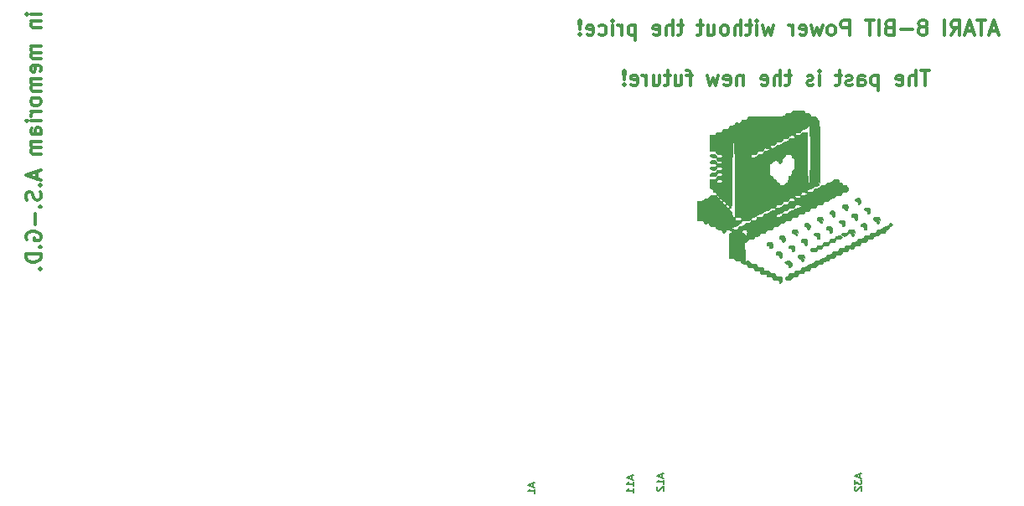
<source format=gbo>
G04 #@! TF.FileFunction,Legend,Bot*
%FSLAX46Y46*%
G04 Gerber Fmt 4.6, Leading zero omitted, Abs format (unit mm)*
G04 Created by KiCad (PCBNEW 4.0.2+dfsg1-stable) date gio 27 giu 2019 16:47:11 CEST*
%MOMM*%
G01*
G04 APERTURE LIST*
%ADD10C,0.100000*%
%ADD11C,0.300000*%
%ADD12C,0.010000*%
%ADD13C,0.150000*%
G04 APERTURE END LIST*
D10*
D11*
X81958571Y-70962857D02*
X80958571Y-70962857D01*
X80458571Y-70962857D02*
X80530000Y-70891428D01*
X80601429Y-70962857D01*
X80530000Y-71034285D01*
X80458571Y-70962857D01*
X80601429Y-70962857D01*
X80958571Y-71677143D02*
X81958571Y-71677143D01*
X81101429Y-71677143D02*
X81030000Y-71748571D01*
X80958571Y-71891429D01*
X80958571Y-72105714D01*
X81030000Y-72248571D01*
X81172857Y-72320000D01*
X81958571Y-72320000D01*
X81958571Y-74177143D02*
X80958571Y-74177143D01*
X81101429Y-74177143D02*
X81030000Y-74248571D01*
X80958571Y-74391429D01*
X80958571Y-74605714D01*
X81030000Y-74748571D01*
X81172857Y-74820000D01*
X81958571Y-74820000D01*
X81172857Y-74820000D02*
X81030000Y-74891429D01*
X80958571Y-75034286D01*
X80958571Y-75248571D01*
X81030000Y-75391429D01*
X81172857Y-75462857D01*
X81958571Y-75462857D01*
X81887143Y-76748571D02*
X81958571Y-76605714D01*
X81958571Y-76320000D01*
X81887143Y-76177143D01*
X81744286Y-76105714D01*
X81172857Y-76105714D01*
X81030000Y-76177143D01*
X80958571Y-76320000D01*
X80958571Y-76605714D01*
X81030000Y-76748571D01*
X81172857Y-76820000D01*
X81315714Y-76820000D01*
X81458571Y-76105714D01*
X81958571Y-77462857D02*
X80958571Y-77462857D01*
X81101429Y-77462857D02*
X81030000Y-77534285D01*
X80958571Y-77677143D01*
X80958571Y-77891428D01*
X81030000Y-78034285D01*
X81172857Y-78105714D01*
X81958571Y-78105714D01*
X81172857Y-78105714D02*
X81030000Y-78177143D01*
X80958571Y-78320000D01*
X80958571Y-78534285D01*
X81030000Y-78677143D01*
X81172857Y-78748571D01*
X81958571Y-78748571D01*
X81958571Y-79677143D02*
X81887143Y-79534285D01*
X81815714Y-79462857D01*
X81672857Y-79391428D01*
X81244286Y-79391428D01*
X81101429Y-79462857D01*
X81030000Y-79534285D01*
X80958571Y-79677143D01*
X80958571Y-79891428D01*
X81030000Y-80034285D01*
X81101429Y-80105714D01*
X81244286Y-80177143D01*
X81672857Y-80177143D01*
X81815714Y-80105714D01*
X81887143Y-80034285D01*
X81958571Y-79891428D01*
X81958571Y-79677143D01*
X81958571Y-80820000D02*
X80958571Y-80820000D01*
X81244286Y-80820000D02*
X81101429Y-80891428D01*
X81030000Y-80962857D01*
X80958571Y-81105714D01*
X80958571Y-81248571D01*
X81958571Y-81748571D02*
X80958571Y-81748571D01*
X80458571Y-81748571D02*
X80530000Y-81677142D01*
X80601429Y-81748571D01*
X80530000Y-81819999D01*
X80458571Y-81748571D01*
X80601429Y-81748571D01*
X81958571Y-83105714D02*
X81172857Y-83105714D01*
X81030000Y-83034285D01*
X80958571Y-82891428D01*
X80958571Y-82605714D01*
X81030000Y-82462857D01*
X81887143Y-83105714D02*
X81958571Y-82962857D01*
X81958571Y-82605714D01*
X81887143Y-82462857D01*
X81744286Y-82391428D01*
X81601429Y-82391428D01*
X81458571Y-82462857D01*
X81387143Y-82605714D01*
X81387143Y-82962857D01*
X81315714Y-83105714D01*
X81958571Y-83820000D02*
X80958571Y-83820000D01*
X81101429Y-83820000D02*
X81030000Y-83891428D01*
X80958571Y-84034286D01*
X80958571Y-84248571D01*
X81030000Y-84391428D01*
X81172857Y-84462857D01*
X81958571Y-84462857D01*
X81172857Y-84462857D02*
X81030000Y-84534286D01*
X80958571Y-84677143D01*
X80958571Y-84891428D01*
X81030000Y-85034286D01*
X81172857Y-85105714D01*
X81958571Y-85105714D01*
X81530000Y-86891428D02*
X81530000Y-87605714D01*
X81958571Y-86748571D02*
X80458571Y-87248571D01*
X81958571Y-87748571D01*
X81815714Y-88248571D02*
X81887143Y-88319999D01*
X81958571Y-88248571D01*
X81887143Y-88177142D01*
X81815714Y-88248571D01*
X81958571Y-88248571D01*
X81887143Y-88891428D02*
X81958571Y-89105714D01*
X81958571Y-89462857D01*
X81887143Y-89605714D01*
X81815714Y-89677143D01*
X81672857Y-89748571D01*
X81530000Y-89748571D01*
X81387143Y-89677143D01*
X81315714Y-89605714D01*
X81244286Y-89462857D01*
X81172857Y-89177143D01*
X81101429Y-89034285D01*
X81030000Y-88962857D01*
X80887143Y-88891428D01*
X80744286Y-88891428D01*
X80601429Y-88962857D01*
X80530000Y-89034285D01*
X80458571Y-89177143D01*
X80458571Y-89534285D01*
X80530000Y-89748571D01*
X81815714Y-90391428D02*
X81887143Y-90462856D01*
X81958571Y-90391428D01*
X81887143Y-90319999D01*
X81815714Y-90391428D01*
X81958571Y-90391428D01*
X81387143Y-91105714D02*
X81387143Y-92248571D01*
X80530000Y-93748571D02*
X80458571Y-93605714D01*
X80458571Y-93391428D01*
X80530000Y-93177143D01*
X80672857Y-93034285D01*
X80815714Y-92962857D01*
X81101429Y-92891428D01*
X81315714Y-92891428D01*
X81601429Y-92962857D01*
X81744286Y-93034285D01*
X81887143Y-93177143D01*
X81958571Y-93391428D01*
X81958571Y-93534285D01*
X81887143Y-93748571D01*
X81815714Y-93820000D01*
X81315714Y-93820000D01*
X81315714Y-93534285D01*
X81815714Y-94462857D02*
X81887143Y-94534285D01*
X81958571Y-94462857D01*
X81887143Y-94391428D01*
X81815714Y-94462857D01*
X81958571Y-94462857D01*
X81958571Y-95177143D02*
X80458571Y-95177143D01*
X80458571Y-95534286D01*
X80530000Y-95748571D01*
X80672857Y-95891429D01*
X80815714Y-95962857D01*
X81101429Y-96034286D01*
X81315714Y-96034286D01*
X81601429Y-95962857D01*
X81744286Y-95891429D01*
X81887143Y-95748571D01*
X81958571Y-95534286D01*
X81958571Y-95177143D01*
X81815714Y-96677143D02*
X81887143Y-96748571D01*
X81958571Y-96677143D01*
X81887143Y-96605714D01*
X81815714Y-96677143D01*
X81958571Y-96677143D01*
X171710000Y-76648571D02*
X170852857Y-76648571D01*
X171281428Y-78148571D02*
X171281428Y-76648571D01*
X170352857Y-78148571D02*
X170352857Y-76648571D01*
X169710000Y-78148571D02*
X169710000Y-77362857D01*
X169781429Y-77220000D01*
X169924286Y-77148571D01*
X170138571Y-77148571D01*
X170281429Y-77220000D01*
X170352857Y-77291429D01*
X168424286Y-78077143D02*
X168567143Y-78148571D01*
X168852857Y-78148571D01*
X168995714Y-78077143D01*
X169067143Y-77934286D01*
X169067143Y-77362857D01*
X168995714Y-77220000D01*
X168852857Y-77148571D01*
X168567143Y-77148571D01*
X168424286Y-77220000D01*
X168352857Y-77362857D01*
X168352857Y-77505714D01*
X169067143Y-77648571D01*
X166567143Y-77148571D02*
X166567143Y-78648571D01*
X166567143Y-77220000D02*
X166424286Y-77148571D01*
X166138572Y-77148571D01*
X165995715Y-77220000D01*
X165924286Y-77291429D01*
X165852857Y-77434286D01*
X165852857Y-77862857D01*
X165924286Y-78005714D01*
X165995715Y-78077143D01*
X166138572Y-78148571D01*
X166424286Y-78148571D01*
X166567143Y-78077143D01*
X164567143Y-78148571D02*
X164567143Y-77362857D01*
X164638572Y-77220000D01*
X164781429Y-77148571D01*
X165067143Y-77148571D01*
X165210000Y-77220000D01*
X164567143Y-78077143D02*
X164710000Y-78148571D01*
X165067143Y-78148571D01*
X165210000Y-78077143D01*
X165281429Y-77934286D01*
X165281429Y-77791429D01*
X165210000Y-77648571D01*
X165067143Y-77577143D01*
X164710000Y-77577143D01*
X164567143Y-77505714D01*
X163924286Y-78077143D02*
X163781429Y-78148571D01*
X163495714Y-78148571D01*
X163352857Y-78077143D01*
X163281429Y-77934286D01*
X163281429Y-77862857D01*
X163352857Y-77720000D01*
X163495714Y-77648571D01*
X163710000Y-77648571D01*
X163852857Y-77577143D01*
X163924286Y-77434286D01*
X163924286Y-77362857D01*
X163852857Y-77220000D01*
X163710000Y-77148571D01*
X163495714Y-77148571D01*
X163352857Y-77220000D01*
X162852857Y-77148571D02*
X162281428Y-77148571D01*
X162638571Y-76648571D02*
X162638571Y-77934286D01*
X162567143Y-78077143D01*
X162424285Y-78148571D01*
X162281428Y-78148571D01*
X160638571Y-78148571D02*
X160638571Y-77148571D01*
X160638571Y-76648571D02*
X160710000Y-76720000D01*
X160638571Y-76791429D01*
X160567143Y-76720000D01*
X160638571Y-76648571D01*
X160638571Y-76791429D01*
X159995714Y-78077143D02*
X159852857Y-78148571D01*
X159567142Y-78148571D01*
X159424285Y-78077143D01*
X159352857Y-77934286D01*
X159352857Y-77862857D01*
X159424285Y-77720000D01*
X159567142Y-77648571D01*
X159781428Y-77648571D01*
X159924285Y-77577143D01*
X159995714Y-77434286D01*
X159995714Y-77362857D01*
X159924285Y-77220000D01*
X159781428Y-77148571D01*
X159567142Y-77148571D01*
X159424285Y-77220000D01*
X157781428Y-77148571D02*
X157209999Y-77148571D01*
X157567142Y-76648571D02*
X157567142Y-77934286D01*
X157495714Y-78077143D01*
X157352856Y-78148571D01*
X157209999Y-78148571D01*
X156709999Y-78148571D02*
X156709999Y-76648571D01*
X156067142Y-78148571D02*
X156067142Y-77362857D01*
X156138571Y-77220000D01*
X156281428Y-77148571D01*
X156495713Y-77148571D01*
X156638571Y-77220000D01*
X156709999Y-77291429D01*
X154781428Y-78077143D02*
X154924285Y-78148571D01*
X155209999Y-78148571D01*
X155352856Y-78077143D01*
X155424285Y-77934286D01*
X155424285Y-77362857D01*
X155352856Y-77220000D01*
X155209999Y-77148571D01*
X154924285Y-77148571D01*
X154781428Y-77220000D01*
X154709999Y-77362857D01*
X154709999Y-77505714D01*
X155424285Y-77648571D01*
X152924285Y-77148571D02*
X152924285Y-78148571D01*
X152924285Y-77291429D02*
X152852857Y-77220000D01*
X152709999Y-77148571D01*
X152495714Y-77148571D01*
X152352857Y-77220000D01*
X152281428Y-77362857D01*
X152281428Y-78148571D01*
X150995714Y-78077143D02*
X151138571Y-78148571D01*
X151424285Y-78148571D01*
X151567142Y-78077143D01*
X151638571Y-77934286D01*
X151638571Y-77362857D01*
X151567142Y-77220000D01*
X151424285Y-77148571D01*
X151138571Y-77148571D01*
X150995714Y-77220000D01*
X150924285Y-77362857D01*
X150924285Y-77505714D01*
X151638571Y-77648571D01*
X150424285Y-77148571D02*
X150138571Y-78148571D01*
X149852857Y-77434286D01*
X149567142Y-78148571D01*
X149281428Y-77148571D01*
X147781428Y-77148571D02*
X147209999Y-77148571D01*
X147567142Y-78148571D02*
X147567142Y-76862857D01*
X147495714Y-76720000D01*
X147352856Y-76648571D01*
X147209999Y-76648571D01*
X146067142Y-77148571D02*
X146067142Y-78148571D01*
X146709999Y-77148571D02*
X146709999Y-77934286D01*
X146638571Y-78077143D01*
X146495713Y-78148571D01*
X146281428Y-78148571D01*
X146138571Y-78077143D01*
X146067142Y-78005714D01*
X145567142Y-77148571D02*
X144995713Y-77148571D01*
X145352856Y-76648571D02*
X145352856Y-77934286D01*
X145281428Y-78077143D01*
X145138570Y-78148571D01*
X144995713Y-78148571D01*
X143852856Y-77148571D02*
X143852856Y-78148571D01*
X144495713Y-77148571D02*
X144495713Y-77934286D01*
X144424285Y-78077143D01*
X144281427Y-78148571D01*
X144067142Y-78148571D01*
X143924285Y-78077143D01*
X143852856Y-78005714D01*
X143138570Y-78148571D02*
X143138570Y-77148571D01*
X143138570Y-77434286D02*
X143067142Y-77291429D01*
X142995713Y-77220000D01*
X142852856Y-77148571D01*
X142709999Y-77148571D01*
X141638571Y-78077143D02*
X141781428Y-78148571D01*
X142067142Y-78148571D01*
X142209999Y-78077143D01*
X142281428Y-77934286D01*
X142281428Y-77362857D01*
X142209999Y-77220000D01*
X142067142Y-77148571D01*
X141781428Y-77148571D01*
X141638571Y-77220000D01*
X141567142Y-77362857D01*
X141567142Y-77505714D01*
X142281428Y-77648571D01*
X140924285Y-78005714D02*
X140852857Y-78077143D01*
X140924285Y-78148571D01*
X140995714Y-78077143D01*
X140924285Y-78005714D01*
X140924285Y-78148571D01*
X140924285Y-77577143D02*
X140995714Y-76720000D01*
X140924285Y-76648571D01*
X140852857Y-76720000D01*
X140924285Y-77577143D01*
X140924285Y-76648571D01*
X178587143Y-72640000D02*
X177872857Y-72640000D01*
X178730000Y-73068571D02*
X178230000Y-71568571D01*
X177730000Y-73068571D01*
X177444286Y-71568571D02*
X176587143Y-71568571D01*
X177015714Y-73068571D02*
X177015714Y-71568571D01*
X176158572Y-72640000D02*
X175444286Y-72640000D01*
X176301429Y-73068571D02*
X175801429Y-71568571D01*
X175301429Y-73068571D01*
X173944286Y-73068571D02*
X174444286Y-72354286D01*
X174801429Y-73068571D02*
X174801429Y-71568571D01*
X174230001Y-71568571D01*
X174087143Y-71640000D01*
X174015715Y-71711429D01*
X173944286Y-71854286D01*
X173944286Y-72068571D01*
X174015715Y-72211429D01*
X174087143Y-72282857D01*
X174230001Y-72354286D01*
X174801429Y-72354286D01*
X173301429Y-73068571D02*
X173301429Y-71568571D01*
X171230000Y-72211429D02*
X171372858Y-72140000D01*
X171444286Y-72068571D01*
X171515715Y-71925714D01*
X171515715Y-71854286D01*
X171444286Y-71711429D01*
X171372858Y-71640000D01*
X171230000Y-71568571D01*
X170944286Y-71568571D01*
X170801429Y-71640000D01*
X170730000Y-71711429D01*
X170658572Y-71854286D01*
X170658572Y-71925714D01*
X170730000Y-72068571D01*
X170801429Y-72140000D01*
X170944286Y-72211429D01*
X171230000Y-72211429D01*
X171372858Y-72282857D01*
X171444286Y-72354286D01*
X171515715Y-72497143D01*
X171515715Y-72782857D01*
X171444286Y-72925714D01*
X171372858Y-72997143D01*
X171230000Y-73068571D01*
X170944286Y-73068571D01*
X170801429Y-72997143D01*
X170730000Y-72925714D01*
X170658572Y-72782857D01*
X170658572Y-72497143D01*
X170730000Y-72354286D01*
X170801429Y-72282857D01*
X170944286Y-72211429D01*
X170015715Y-72497143D02*
X168872858Y-72497143D01*
X167658572Y-72282857D02*
X167444286Y-72354286D01*
X167372858Y-72425714D01*
X167301429Y-72568571D01*
X167301429Y-72782857D01*
X167372858Y-72925714D01*
X167444286Y-72997143D01*
X167587144Y-73068571D01*
X168158572Y-73068571D01*
X168158572Y-71568571D01*
X167658572Y-71568571D01*
X167515715Y-71640000D01*
X167444286Y-71711429D01*
X167372858Y-71854286D01*
X167372858Y-71997143D01*
X167444286Y-72140000D01*
X167515715Y-72211429D01*
X167658572Y-72282857D01*
X168158572Y-72282857D01*
X166658572Y-73068571D02*
X166658572Y-71568571D01*
X166158572Y-71568571D02*
X165301429Y-71568571D01*
X165730000Y-73068571D02*
X165730000Y-71568571D01*
X163658572Y-73068571D02*
X163658572Y-71568571D01*
X163087144Y-71568571D01*
X162944286Y-71640000D01*
X162872858Y-71711429D01*
X162801429Y-71854286D01*
X162801429Y-72068571D01*
X162872858Y-72211429D01*
X162944286Y-72282857D01*
X163087144Y-72354286D01*
X163658572Y-72354286D01*
X161944286Y-73068571D02*
X162087144Y-72997143D01*
X162158572Y-72925714D01*
X162230001Y-72782857D01*
X162230001Y-72354286D01*
X162158572Y-72211429D01*
X162087144Y-72140000D01*
X161944286Y-72068571D01*
X161730001Y-72068571D01*
X161587144Y-72140000D01*
X161515715Y-72211429D01*
X161444286Y-72354286D01*
X161444286Y-72782857D01*
X161515715Y-72925714D01*
X161587144Y-72997143D01*
X161730001Y-73068571D01*
X161944286Y-73068571D01*
X160944286Y-72068571D02*
X160658572Y-73068571D01*
X160372858Y-72354286D01*
X160087143Y-73068571D01*
X159801429Y-72068571D01*
X158658572Y-72997143D02*
X158801429Y-73068571D01*
X159087143Y-73068571D01*
X159230000Y-72997143D01*
X159301429Y-72854286D01*
X159301429Y-72282857D01*
X159230000Y-72140000D01*
X159087143Y-72068571D01*
X158801429Y-72068571D01*
X158658572Y-72140000D01*
X158587143Y-72282857D01*
X158587143Y-72425714D01*
X159301429Y-72568571D01*
X157944286Y-73068571D02*
X157944286Y-72068571D01*
X157944286Y-72354286D02*
X157872858Y-72211429D01*
X157801429Y-72140000D01*
X157658572Y-72068571D01*
X157515715Y-72068571D01*
X156015715Y-72068571D02*
X155730001Y-73068571D01*
X155444287Y-72354286D01*
X155158572Y-73068571D01*
X154872858Y-72068571D01*
X154301429Y-73068571D02*
X154301429Y-72068571D01*
X154301429Y-71568571D02*
X154372858Y-71640000D01*
X154301429Y-71711429D01*
X154230001Y-71640000D01*
X154301429Y-71568571D01*
X154301429Y-71711429D01*
X153801429Y-72068571D02*
X153230000Y-72068571D01*
X153587143Y-71568571D02*
X153587143Y-72854286D01*
X153515715Y-72997143D01*
X153372857Y-73068571D01*
X153230000Y-73068571D01*
X152730000Y-73068571D02*
X152730000Y-71568571D01*
X152087143Y-73068571D02*
X152087143Y-72282857D01*
X152158572Y-72140000D01*
X152301429Y-72068571D01*
X152515714Y-72068571D01*
X152658572Y-72140000D01*
X152730000Y-72211429D01*
X151158571Y-73068571D02*
X151301429Y-72997143D01*
X151372857Y-72925714D01*
X151444286Y-72782857D01*
X151444286Y-72354286D01*
X151372857Y-72211429D01*
X151301429Y-72140000D01*
X151158571Y-72068571D01*
X150944286Y-72068571D01*
X150801429Y-72140000D01*
X150730000Y-72211429D01*
X150658571Y-72354286D01*
X150658571Y-72782857D01*
X150730000Y-72925714D01*
X150801429Y-72997143D01*
X150944286Y-73068571D01*
X151158571Y-73068571D01*
X149372857Y-72068571D02*
X149372857Y-73068571D01*
X150015714Y-72068571D02*
X150015714Y-72854286D01*
X149944286Y-72997143D01*
X149801428Y-73068571D01*
X149587143Y-73068571D01*
X149444286Y-72997143D01*
X149372857Y-72925714D01*
X148872857Y-72068571D02*
X148301428Y-72068571D01*
X148658571Y-71568571D02*
X148658571Y-72854286D01*
X148587143Y-72997143D01*
X148444285Y-73068571D01*
X148301428Y-73068571D01*
X146872857Y-72068571D02*
X146301428Y-72068571D01*
X146658571Y-71568571D02*
X146658571Y-72854286D01*
X146587143Y-72997143D01*
X146444285Y-73068571D01*
X146301428Y-73068571D01*
X145801428Y-73068571D02*
X145801428Y-71568571D01*
X145158571Y-73068571D02*
X145158571Y-72282857D01*
X145230000Y-72140000D01*
X145372857Y-72068571D01*
X145587142Y-72068571D01*
X145730000Y-72140000D01*
X145801428Y-72211429D01*
X143872857Y-72997143D02*
X144015714Y-73068571D01*
X144301428Y-73068571D01*
X144444285Y-72997143D01*
X144515714Y-72854286D01*
X144515714Y-72282857D01*
X144444285Y-72140000D01*
X144301428Y-72068571D01*
X144015714Y-72068571D01*
X143872857Y-72140000D01*
X143801428Y-72282857D01*
X143801428Y-72425714D01*
X144515714Y-72568571D01*
X142015714Y-72068571D02*
X142015714Y-73568571D01*
X142015714Y-72140000D02*
X141872857Y-72068571D01*
X141587143Y-72068571D01*
X141444286Y-72140000D01*
X141372857Y-72211429D01*
X141301428Y-72354286D01*
X141301428Y-72782857D01*
X141372857Y-72925714D01*
X141444286Y-72997143D01*
X141587143Y-73068571D01*
X141872857Y-73068571D01*
X142015714Y-72997143D01*
X140658571Y-73068571D02*
X140658571Y-72068571D01*
X140658571Y-72354286D02*
X140587143Y-72211429D01*
X140515714Y-72140000D01*
X140372857Y-72068571D01*
X140230000Y-72068571D01*
X139730000Y-73068571D02*
X139730000Y-72068571D01*
X139730000Y-71568571D02*
X139801429Y-71640000D01*
X139730000Y-71711429D01*
X139658572Y-71640000D01*
X139730000Y-71568571D01*
X139730000Y-71711429D01*
X138372857Y-72997143D02*
X138515714Y-73068571D01*
X138801428Y-73068571D01*
X138944286Y-72997143D01*
X139015714Y-72925714D01*
X139087143Y-72782857D01*
X139087143Y-72354286D01*
X139015714Y-72211429D01*
X138944286Y-72140000D01*
X138801428Y-72068571D01*
X138515714Y-72068571D01*
X138372857Y-72140000D01*
X137158572Y-72997143D02*
X137301429Y-73068571D01*
X137587143Y-73068571D01*
X137730000Y-72997143D01*
X137801429Y-72854286D01*
X137801429Y-72282857D01*
X137730000Y-72140000D01*
X137587143Y-72068571D01*
X137301429Y-72068571D01*
X137158572Y-72140000D01*
X137087143Y-72282857D01*
X137087143Y-72425714D01*
X137801429Y-72568571D01*
X136444286Y-72925714D02*
X136372858Y-72997143D01*
X136444286Y-73068571D01*
X136515715Y-72997143D01*
X136444286Y-72925714D01*
X136444286Y-73068571D01*
X136444286Y-72497143D02*
X136515715Y-71640000D01*
X136444286Y-71568571D01*
X136372858Y-71640000D01*
X136444286Y-72497143D01*
X136444286Y-71568571D01*
D12*
G36*
X158305500Y-80670671D02*
X158002950Y-80705559D01*
X157848888Y-80763440D01*
X157818667Y-80822169D01*
X157743439Y-80911883D01*
X157514407Y-80941333D01*
X157291547Y-80966621D01*
X157184835Y-81057924D01*
X157165866Y-81110666D01*
X157144651Y-81165471D01*
X157099384Y-81206975D01*
X157008941Y-81237024D01*
X156852194Y-81257462D01*
X156608018Y-81270133D01*
X156255287Y-81276883D01*
X155772875Y-81279556D01*
X155226459Y-81280000D01*
X154613558Y-81280546D01*
X154149356Y-81283416D01*
X153813220Y-81290452D01*
X153584515Y-81303499D01*
X153442609Y-81324399D01*
X153366867Y-81354996D01*
X153336655Y-81397135D01*
X153331334Y-81449333D01*
X153298186Y-81566041D01*
X153168778Y-81613131D01*
X153035000Y-81618666D01*
X152811122Y-81648671D01*
X152738667Y-81739961D01*
X152666874Y-81862931D01*
X152496275Y-81928055D01*
X152294043Y-81911033D01*
X152279877Y-81905923D01*
X152149945Y-81912247D01*
X152088742Y-82031003D01*
X152010621Y-82161235D01*
X151836658Y-82208965D01*
X151755126Y-82211333D01*
X151555060Y-82231734D01*
X151476444Y-82310606D01*
X151468667Y-82380666D01*
X151440267Y-82491450D01*
X151325478Y-82540412D01*
X151130000Y-82550000D01*
X150908432Y-82564200D01*
X150810508Y-82621594D01*
X150791334Y-82719333D01*
X150757342Y-82837011D01*
X150625437Y-82883722D01*
X150501209Y-82888666D01*
X150277618Y-82920123D01*
X150185535Y-83022724D01*
X150183389Y-83032471D01*
X150097665Y-83141051D01*
X149879993Y-83180200D01*
X149859681Y-83180637D01*
X149563667Y-83185000D01*
X149539323Y-83968166D01*
X149514979Y-84751333D01*
X149822416Y-84751333D01*
X150046278Y-84775970D01*
X150153854Y-84865245D01*
X150174135Y-84920666D01*
X150256371Y-85044588D01*
X150443891Y-85088679D01*
X150504875Y-85090000D01*
X150704941Y-85110400D01*
X150783557Y-85189273D01*
X150791334Y-85259333D01*
X150758186Y-85376041D01*
X150628778Y-85423131D01*
X150495000Y-85428666D01*
X150290761Y-85409724D01*
X150208354Y-85335777D01*
X150198667Y-85259333D01*
X150170843Y-85149330D01*
X150057889Y-85100171D01*
X149853792Y-85090000D01*
X149632570Y-85102933D01*
X149541287Y-85153652D01*
X149536997Y-85238166D01*
X149627209Y-85353904D01*
X149856067Y-85410262D01*
X149881871Y-85412610D01*
X150110542Y-85460669D01*
X150198410Y-85549190D01*
X150198667Y-85555072D01*
X150271270Y-85670377D01*
X150441212Y-85745265D01*
X150629371Y-85749089D01*
X150736335Y-85796936D01*
X150771347Y-85873166D01*
X150760743Y-85973729D01*
X150643919Y-86015675D01*
X150501209Y-86021333D01*
X150271504Y-85990873D01*
X150198667Y-85903391D01*
X150129517Y-85782270D01*
X149964612Y-85720046D01*
X149767770Y-85718960D01*
X149602809Y-85781251D01*
X149536292Y-85880149D01*
X149551959Y-85972297D01*
X149671028Y-86013737D01*
X149853792Y-86021333D01*
X150077831Y-86034995D01*
X150177952Y-86090455D01*
X150198667Y-86190666D01*
X150170843Y-86300669D01*
X150057889Y-86349828D01*
X149853792Y-86360000D01*
X149632570Y-86372933D01*
X149541287Y-86423652D01*
X149536997Y-86508166D01*
X149627209Y-86623904D01*
X149856067Y-86680262D01*
X149881871Y-86682610D01*
X150091510Y-86686678D01*
X150181470Y-86637059D01*
X150198667Y-86534444D01*
X150229957Y-86414648D01*
X150354450Y-86366138D01*
X150495000Y-86360000D01*
X150699240Y-86378941D01*
X150781647Y-86452888D01*
X150791334Y-86529333D01*
X150758186Y-86646041D01*
X150628778Y-86693131D01*
X150495000Y-86698666D01*
X150275827Y-86726206D01*
X150199203Y-86814100D01*
X150198667Y-86825666D01*
X150125450Y-86928040D01*
X149993925Y-86952666D01*
X149708439Y-86988785D01*
X149547840Y-87089697D01*
X149521334Y-87173391D01*
X149590918Y-87258126D01*
X149808219Y-87290669D01*
X149860000Y-87291333D01*
X150100004Y-87268464D01*
X150195248Y-87195346D01*
X150198667Y-87170038D01*
X150270475Y-87047400D01*
X150440368Y-86981516D01*
X150640051Y-86997658D01*
X150652406Y-87002138D01*
X150787668Y-87098876D01*
X150777407Y-87201481D01*
X150640506Y-87275262D01*
X150495000Y-87291333D01*
X150290761Y-87310275D01*
X150208354Y-87384222D01*
X150198667Y-87460666D01*
X150170267Y-87571450D01*
X150055478Y-87620412D01*
X149860000Y-87630000D01*
X149521334Y-87630000D01*
X149521334Y-88095666D01*
X149528684Y-88364774D01*
X149560462Y-88504964D01*
X149631260Y-88556366D01*
X149690667Y-88561333D01*
X149832171Y-88621201D01*
X149860000Y-88730666D01*
X149919869Y-88872170D01*
X150029334Y-88900000D01*
X150170838Y-88959868D01*
X150198667Y-89069333D01*
X150247803Y-89206650D01*
X150316609Y-89238666D01*
X150447314Y-89306961D01*
X150483285Y-89365666D01*
X150469519Y-89470081D01*
X150365343Y-89492666D01*
X150229538Y-89439098D01*
X150198667Y-89365666D01*
X150142744Y-89277359D01*
X149957365Y-89240971D01*
X149860000Y-89238666D01*
X149616687Y-89262899D01*
X149523239Y-89338575D01*
X149521334Y-89356608D01*
X149444873Y-89488547D01*
X149240771Y-89565495D01*
X149091076Y-89577333D01*
X148957611Y-89629981D01*
X148928667Y-89699222D01*
X148848193Y-89796576D01*
X148612690Y-89847262D01*
X148611167Y-89847389D01*
X148293667Y-89873666D01*
X148269728Y-90826166D01*
X148245788Y-91778666D01*
X148587228Y-91778666D01*
X148831561Y-91802507D01*
X148926426Y-91877128D01*
X148928667Y-91896608D01*
X148999147Y-92026967D01*
X149165584Y-92084315D01*
X149314718Y-92061346D01*
X149440278Y-92081082D01*
X149493926Y-92191003D01*
X149569775Y-92319578D01*
X149738797Y-92368172D01*
X149835468Y-92371333D01*
X150055247Y-92398815D01*
X150159251Y-92496881D01*
X150174135Y-92540666D01*
X150259725Y-92666737D01*
X150454133Y-92709361D01*
X150495001Y-92710000D01*
X150709345Y-92742216D01*
X150808307Y-92854415D01*
X150815866Y-92879333D01*
X150905167Y-93017398D01*
X151027422Y-93041626D01*
X151117405Y-92953078D01*
X151130000Y-92874222D01*
X151154669Y-92760098D01*
X151259898Y-92719687D01*
X151440956Y-92726055D01*
X151662659Y-92776306D01*
X151780667Y-92862602D01*
X151774751Y-92955899D01*
X151646921Y-93021801D01*
X151578158Y-93047675D01*
X151529802Y-93100883D01*
X151498272Y-93207695D01*
X151479982Y-93394381D01*
X151471350Y-93687209D01*
X151468792Y-94112449D01*
X151468667Y-94328541D01*
X151468667Y-95588666D01*
X151755126Y-95588666D01*
X151976291Y-95620139D01*
X152076902Y-95727201D01*
X152083282Y-95748117D01*
X152154881Y-95858663D01*
X152319133Y-95882806D01*
X152397602Y-95875826D01*
X152599262Y-95876305D01*
X152694777Y-95956590D01*
X152714320Y-96012708D01*
X152796879Y-96136234D01*
X152985390Y-96180076D01*
X153044875Y-96181333D01*
X153244941Y-96201734D01*
X153323557Y-96280606D01*
X153331334Y-96350666D01*
X153359734Y-96461450D01*
X153474523Y-96510412D01*
X153670000Y-96520000D01*
X153891569Y-96534200D01*
X153989493Y-96591594D01*
X154008667Y-96689333D01*
X154043179Y-96807597D01*
X154176606Y-96854069D01*
X154295126Y-96858666D01*
X154510357Y-96886997D01*
X154612587Y-96989442D01*
X154627661Y-97034862D01*
X154728216Y-97175119D01*
X154870369Y-97194824D01*
X155121664Y-97186781D01*
X155245089Y-97224835D01*
X155278651Y-97321040D01*
X155278667Y-97324333D01*
X155342927Y-97418264D01*
X155548012Y-97451103D01*
X155575000Y-97451333D01*
X155779240Y-97470275D01*
X155861647Y-97544222D01*
X155871334Y-97620666D01*
X155899734Y-97731450D01*
X156014523Y-97780412D01*
X156210000Y-97790000D01*
X156431569Y-97804200D01*
X156529493Y-97861594D01*
X156548667Y-97959333D01*
X156601607Y-98097237D01*
X156675667Y-98128666D01*
X156783313Y-98057706D01*
X156813250Y-97959333D01*
X156827877Y-97736119D01*
X156834417Y-97641833D01*
X156796070Y-97534490D01*
X156638050Y-97479517D01*
X156536174Y-97467906D01*
X156304405Y-97418590D01*
X156194406Y-97305580D01*
X156181343Y-97266223D01*
X156100597Y-97137049D01*
X155952836Y-97138026D01*
X155718223Y-97153735D01*
X155566406Y-97075234D01*
X155532667Y-96976608D01*
X155454063Y-96886610D01*
X155236334Y-96858666D01*
X155032095Y-96839724D01*
X154949687Y-96765777D01*
X154940000Y-96689333D01*
X154905489Y-96571069D01*
X154772061Y-96524597D01*
X154653542Y-96520000D01*
X154436202Y-96490544D01*
X154334409Y-96386511D01*
X154322802Y-96350666D01*
X154243046Y-96228381D01*
X154060771Y-96183308D01*
X153984135Y-96181333D01*
X153762980Y-96153147D01*
X153659230Y-96054009D01*
X153646509Y-96015980D01*
X153566581Y-95895724D01*
X153391606Y-95889016D01*
X153388048Y-95889654D01*
X153212943Y-95897055D01*
X153133241Y-95864507D01*
X153117149Y-95762564D01*
X153100476Y-95535914D01*
X153084880Y-95229168D01*
X153072019Y-94886936D01*
X153063553Y-94553832D01*
X153061139Y-94274465D01*
X153066435Y-94093446D01*
X153067116Y-94085833D01*
X153144954Y-93989589D01*
X153194459Y-93980000D01*
X153308183Y-93909064D01*
X153355866Y-93810666D01*
X153432776Y-93690315D01*
X153608887Y-93644214D01*
X153704407Y-93641333D01*
X153926700Y-93615252D01*
X154007484Y-93531311D01*
X154008667Y-93514333D01*
X154029594Y-93433215D01*
X154120486Y-93387457D01*
X154323510Y-93360957D01*
X154430870Y-93353118D01*
X154552042Y-93274740D01*
X154585245Y-93196681D01*
X154663144Y-93088267D01*
X154862402Y-93049453D01*
X154911802Y-93048666D01*
X155132719Y-93022031D01*
X155149986Y-93006333D01*
X153331334Y-93006333D01*
X153294477Y-93211980D01*
X153207209Y-93308477D01*
X153104486Y-93275026D01*
X153046716Y-93175666D01*
X152933565Y-93063036D01*
X152868324Y-93048666D01*
X152761956Y-92977927D01*
X152738667Y-92879333D01*
X152771815Y-92762625D01*
X152901223Y-92715535D01*
X153035000Y-92710000D01*
X153233612Y-92723106D01*
X153315065Y-92797052D01*
X153331297Y-92983777D01*
X153331334Y-93006333D01*
X155149986Y-93006333D01*
X155237734Y-92926559D01*
X155254135Y-92879333D01*
X155339725Y-92753262D01*
X155534133Y-92710638D01*
X155575000Y-92710000D01*
X155789345Y-92677783D01*
X155888307Y-92565584D01*
X155895866Y-92540666D01*
X155975622Y-92418381D01*
X156157896Y-92373308D01*
X156234533Y-92371333D01*
X156452720Y-92344671D01*
X156556944Y-92247811D01*
X156574564Y-92196781D01*
X156655997Y-92063458D01*
X156732605Y-92037479D01*
X156995430Y-92039359D01*
X157128209Y-91960938D01*
X157141334Y-91905666D01*
X157203816Y-91812880D01*
X157404919Y-91779160D01*
X157445594Y-91778666D01*
X157668454Y-91753378D01*
X157775166Y-91662075D01*
X157794135Y-91609333D01*
X157879725Y-91483262D01*
X158074133Y-91440638D01*
X158115001Y-91440000D01*
X158329345Y-91407783D01*
X158428307Y-91295584D01*
X158435866Y-91270666D01*
X158512776Y-91150315D01*
X158688887Y-91104214D01*
X158784407Y-91101333D01*
X159006700Y-91075252D01*
X159087484Y-90991311D01*
X159088667Y-90974333D01*
X159162395Y-90863916D01*
X159372875Y-90831638D01*
X159497396Y-90842520D01*
X159605437Y-90784857D01*
X159655437Y-90683218D01*
X159733152Y-90557981D01*
X159908743Y-90511201D01*
X159995468Y-90508666D01*
X160215247Y-90481184D01*
X160319251Y-90383118D01*
X160334135Y-90339333D01*
X160337604Y-90334222D01*
X158750000Y-90334222D01*
X158711020Y-90449821D01*
X158566726Y-90508344D01*
X158432500Y-90524722D01*
X158230224Y-90564202D01*
X158134298Y-90629395D01*
X158132743Y-90646559D01*
X158069794Y-90718127D01*
X157890931Y-90781046D01*
X157815243Y-90795727D01*
X157571821Y-90865213D01*
X157480339Y-90967859D01*
X157480000Y-90975333D01*
X157411893Y-91070331D01*
X157198503Y-91101324D01*
X157193542Y-91101333D01*
X156976202Y-91130788D01*
X156874409Y-91234821D01*
X156862802Y-91270666D01*
X156785892Y-91391017D01*
X156609781Y-91437118D01*
X156514260Y-91440000D01*
X156306709Y-91422116D01*
X156221312Y-91351791D01*
X156210000Y-91270666D01*
X156243548Y-91153496D01*
X156374141Y-91106584D01*
X156503355Y-91101333D01*
X156754325Y-91058969D01*
X156887878Y-90930983D01*
X157020384Y-90803878D01*
X157196158Y-90800002D01*
X157373565Y-90795747D01*
X157454976Y-90679726D01*
X157456509Y-90674019D01*
X157544140Y-90550166D01*
X157744456Y-90509055D01*
X157776334Y-90508666D01*
X157990679Y-90476449D01*
X158089641Y-90364251D01*
X158097199Y-90339333D01*
X158196599Y-90217645D01*
X158373187Y-90159694D01*
X158564885Y-90165966D01*
X158709614Y-90236946D01*
X158750000Y-90334222D01*
X160337604Y-90334222D01*
X160419725Y-90213262D01*
X160614133Y-90170638D01*
X160655000Y-90170000D01*
X160869345Y-90137783D01*
X160968307Y-90025584D01*
X160975866Y-90000666D01*
X161055622Y-89878381D01*
X161237896Y-89833308D01*
X161314533Y-89831333D01*
X161535688Y-89803147D01*
X161597433Y-89744146D01*
X158112601Y-89744146D01*
X158004451Y-89812501D01*
X157762223Y-89831333D01*
X157563965Y-89852412D01*
X157487001Y-89933551D01*
X157480000Y-90000666D01*
X157446079Y-90118264D01*
X157314380Y-90165008D01*
X157189373Y-90170000D01*
X156965615Y-90200865D01*
X156856512Y-90308460D01*
X156845000Y-90339333D01*
X156750115Y-90465391D01*
X156546962Y-90508074D01*
X156506836Y-90508666D01*
X156284517Y-90541947D01*
X156195383Y-90649131D01*
X156194889Y-90651605D01*
X156107568Y-90760162D01*
X155886211Y-90799431D01*
X155871181Y-90799772D01*
X155650139Y-90832730D01*
X155575178Y-90925419D01*
X155575000Y-90932000D01*
X155498178Y-91033309D01*
X155264175Y-91084711D01*
X155257500Y-91085277D01*
X155040244Y-91123420D01*
X154950186Y-91205508D01*
X154940000Y-91275777D01*
X154909734Y-91383595D01*
X154789884Y-91431149D01*
X154601334Y-91440000D01*
X154391983Y-91454006D01*
X154279351Y-91489018D01*
X154272693Y-91503500D01*
X154262703Y-91681205D01*
X154140043Y-91763805D01*
X153966334Y-91778666D01*
X153747161Y-91806206D01*
X153670536Y-91894100D01*
X153670000Y-91905666D01*
X153600100Y-92017979D01*
X153521834Y-92042432D01*
X153345316Y-92061619D01*
X153289000Y-92071870D01*
X153126926Y-92100689D01*
X153098500Y-92104437D01*
X153014053Y-92180655D01*
X153013834Y-92223166D01*
X152952684Y-92304350D01*
X152747242Y-92352502D01*
X152717500Y-92355277D01*
X152501445Y-92392591D01*
X152411321Y-92473462D01*
X152400000Y-92550888D01*
X152374491Y-92660986D01*
X152267255Y-92700284D01*
X152082500Y-92693944D01*
X151845121Y-92643568D01*
X151765034Y-92543339D01*
X151765000Y-92540666D01*
X151844245Y-92437756D01*
X152073827Y-92387906D01*
X152306751Y-92337910D01*
X152416500Y-92223926D01*
X152427962Y-92188887D01*
X152500830Y-92071699D01*
X152569334Y-92075000D01*
X152663519Y-92056795D01*
X152711907Y-91956518D01*
X152762938Y-91851731D01*
X152875187Y-91798148D01*
X153093872Y-91779757D01*
X153214209Y-91778666D01*
X153480449Y-91770674D01*
X153617818Y-91737068D01*
X153666412Y-91663401D01*
X153670000Y-91614444D01*
X153671723Y-91609333D01*
X152738667Y-91609333D01*
X152706534Y-91724844D01*
X152580174Y-91772371D01*
X152434407Y-91778666D01*
X152211547Y-91753378D01*
X152104835Y-91662075D01*
X152085866Y-91609333D01*
X152003253Y-91471774D01*
X151930165Y-91440000D01*
X151820658Y-91369131D01*
X151749324Y-91211551D01*
X151749064Y-91049801D01*
X151762821Y-91020193D01*
X151740567Y-90918977D01*
X151641286Y-90829736D01*
X151506701Y-90705635D01*
X151468667Y-90615300D01*
X151397983Y-90528765D01*
X151299334Y-90508666D01*
X151157830Y-90448798D01*
X151130000Y-90339333D01*
X151070132Y-90197829D01*
X150960667Y-90170000D01*
X150818094Y-90109278D01*
X150791334Y-90010541D01*
X150719823Y-89861556D01*
X150622000Y-89806801D01*
X150484585Y-89732215D01*
X150452667Y-89669926D01*
X150523503Y-89594726D01*
X150622000Y-89577333D01*
X150759905Y-89630272D01*
X150791334Y-89704333D01*
X150861920Y-89807761D01*
X150960667Y-89831333D01*
X151102171Y-89891201D01*
X151130000Y-90000666D01*
X151189869Y-90142170D01*
X151299334Y-90170000D01*
X151439843Y-90228804D01*
X151468667Y-90345541D01*
X151514074Y-90480338D01*
X151616834Y-90492575D01*
X151654436Y-90475798D01*
X151685295Y-90430896D01*
X151710196Y-90342211D01*
X151729923Y-90194086D01*
X151745261Y-89970864D01*
X151756995Y-89656887D01*
X151765910Y-89236498D01*
X151772789Y-88694040D01*
X151778418Y-88013856D01*
X151779746Y-87799333D01*
X150791334Y-87799333D01*
X150758186Y-87916041D01*
X150628778Y-87963131D01*
X150495000Y-87968666D01*
X150290761Y-87949724D01*
X150208354Y-87875777D01*
X150198667Y-87799333D01*
X150231815Y-87682625D01*
X150361223Y-87635535D01*
X150495000Y-87630000D01*
X150699240Y-87648941D01*
X150781647Y-87722888D01*
X150791334Y-87799333D01*
X151779746Y-87799333D01*
X151783581Y-87180288D01*
X151783678Y-87163200D01*
X151789113Y-86319311D01*
X151795390Y-85629547D01*
X151803185Y-85078702D01*
X151813175Y-84651568D01*
X151826039Y-84332937D01*
X151842452Y-84107602D01*
X151863091Y-83960356D01*
X151888635Y-83875991D01*
X151919759Y-83839299D01*
X151931845Y-83834958D01*
X151962725Y-83843302D01*
X151988344Y-83891904D01*
X152009180Y-83994763D01*
X152025712Y-84165880D01*
X152038418Y-84419254D01*
X152047778Y-84768886D01*
X152054268Y-85228775D01*
X152058369Y-85812922D01*
X152060557Y-86535326D01*
X152061313Y-87409988D01*
X152061334Y-87623791D01*
X152061334Y-91440000D01*
X152400000Y-91440000D01*
X152621569Y-91454200D01*
X152719493Y-91511594D01*
X152738667Y-91609333D01*
X153671723Y-91609333D01*
X153708981Y-91498844D01*
X153853275Y-91440321D01*
X153987500Y-91423944D01*
X154224880Y-91373568D01*
X154304967Y-91273339D01*
X154305000Y-91270666D01*
X154384245Y-91167756D01*
X154613827Y-91117906D01*
X154855129Y-91063009D01*
X154961742Y-90942027D01*
X154964060Y-90933807D01*
X155054716Y-90814530D01*
X155229805Y-90800095D01*
X155450223Y-90763100D01*
X155538718Y-90666694D01*
X155693050Y-90540123D01*
X155916646Y-90508666D01*
X156119632Y-90489301D01*
X156200904Y-90413919D01*
X156210000Y-90339333D01*
X156238401Y-90228549D01*
X156353190Y-90179587D01*
X156548667Y-90170000D01*
X156770235Y-90155799D01*
X156868160Y-90098405D01*
X156887334Y-90000666D01*
X156921845Y-89882402D01*
X157055273Y-89835930D01*
X157173792Y-89831333D01*
X157391132Y-89801877D01*
X157492925Y-89697845D01*
X157504533Y-89662000D01*
X157608258Y-89543109D01*
X157791464Y-89490073D01*
X157979645Y-89509225D01*
X158098293Y-89606895D01*
X158100108Y-89611389D01*
X158112601Y-89744146D01*
X161597433Y-89744146D01*
X161639438Y-89704009D01*
X161652158Y-89665980D01*
X161727358Y-89547997D01*
X161893557Y-89536985D01*
X161923187Y-89541933D01*
X162103242Y-89542997D01*
X162187616Y-89439546D01*
X162196029Y-89410953D01*
X162274585Y-89287005D01*
X162452982Y-89240957D01*
X162535468Y-89238666D01*
X162755247Y-89211184D01*
X162859251Y-89113118D01*
X162874135Y-89069333D01*
X162878386Y-89062926D01*
X159395002Y-89062926D01*
X159331011Y-89156531D01*
X159113911Y-89218316D01*
X159076174Y-89222093D01*
X158825258Y-89282629D01*
X158728927Y-89394773D01*
X158625654Y-89500301D01*
X158434158Y-89533546D01*
X158222883Y-89486489D01*
X158172844Y-89459919D01*
X158100428Y-89366314D01*
X158172152Y-89287414D01*
X158362887Y-89242670D01*
X158458664Y-89238666D01*
X158660050Y-89219543D01*
X158740570Y-89143829D01*
X158750000Y-89064222D01*
X158774137Y-88950873D01*
X158877612Y-88909874D01*
X159067500Y-88916055D01*
X159306844Y-88971451D01*
X159395002Y-89062926D01*
X162878386Y-89062926D01*
X162956371Y-88945411D01*
X163143891Y-88901320D01*
X163204875Y-88900000D01*
X163398213Y-88885751D01*
X163476522Y-88808153D01*
X163491331Y-88614928D01*
X163491334Y-88609372D01*
X163460321Y-88385322D01*
X163352504Y-88276292D01*
X163322758Y-88265240D01*
X163143720Y-88245704D01*
X163063059Y-88268053D01*
X162974239Y-88245464D01*
X162925427Y-88146518D01*
X162821895Y-88001006D01*
X162719459Y-87968666D01*
X162585201Y-87904185D01*
X162560000Y-87799333D01*
X162492865Y-87674924D01*
X162332833Y-87618789D01*
X162141969Y-87630927D01*
X161982336Y-87711339D01*
X161925000Y-87799333D01*
X161828665Y-87926238D01*
X161622710Y-87968274D01*
X161590503Y-87968666D01*
X161376007Y-87999069D01*
X161275521Y-88106875D01*
X161264584Y-88141380D01*
X161193476Y-88263672D01*
X161041847Y-88268901D01*
X161007666Y-88260948D01*
X160820870Y-88257147D01*
X160701312Y-88384567D01*
X160561125Y-88520481D01*
X160314139Y-88561333D01*
X160313355Y-88561333D01*
X160110369Y-88580698D01*
X160029097Y-88656080D01*
X160020000Y-88730666D01*
X159990870Y-88842420D01*
X159873770Y-88891123D01*
X159688825Y-88900000D01*
X159471866Y-88885301D01*
X159383970Y-88828882D01*
X159378923Y-88751833D01*
X159460664Y-88636618D01*
X159679160Y-88580320D01*
X159710098Y-88577389D01*
X159940980Y-88526317D01*
X160020000Y-88429222D01*
X160091004Y-88325705D01*
X160189334Y-88296750D01*
X160372172Y-88277892D01*
X160443334Y-88265000D01*
X160583336Y-88234660D01*
X160591500Y-88233249D01*
X160605219Y-88149218D01*
X160617210Y-87914147D01*
X160627198Y-87546322D01*
X160634909Y-87064030D01*
X160640066Y-86485559D01*
X160642396Y-85829194D01*
X160641624Y-85113222D01*
X160641514Y-85083791D01*
X159681334Y-85083791D01*
X159680557Y-85867639D01*
X159677755Y-86498197D01*
X159672222Y-86991505D01*
X159663252Y-87363603D01*
X159650139Y-87630529D01*
X159632177Y-87808323D01*
X159608659Y-87913024D01*
X159578881Y-87960670D01*
X159554334Y-87968666D01*
X159440751Y-87911664D01*
X159425474Y-87862833D01*
X159424339Y-87753627D01*
X159422054Y-87497584D01*
X159418808Y-87117196D01*
X159414790Y-86634953D01*
X159412626Y-86370742D01*
X158108932Y-86370742D01*
X158087787Y-86555476D01*
X158036453Y-86647298D01*
X157969944Y-86678856D01*
X157855614Y-86772436D01*
X157818735Y-86991168D01*
X157818667Y-87004874D01*
X157798266Y-87204940D01*
X157719394Y-87283556D01*
X157649334Y-87291333D01*
X157538550Y-87319733D01*
X157489588Y-87434522D01*
X157480000Y-87630000D01*
X157464830Y-87853202D01*
X157405925Y-87951394D01*
X157320542Y-87968666D01*
X157168587Y-88038034D01*
X157121462Y-88120180D01*
X157020510Y-88230292D01*
X156844624Y-88266074D01*
X156668340Y-88228954D01*
X156566198Y-88120363D01*
X156563626Y-88109484D01*
X156468667Y-87992700D01*
X156373126Y-87968666D01*
X156236077Y-87905815D01*
X156210000Y-87799333D01*
X156150132Y-87657829D01*
X156040667Y-87630000D01*
X155898094Y-87569278D01*
X155871334Y-87470541D01*
X155800639Y-87318607D01*
X155715716Y-87270388D01*
X155629537Y-87219865D01*
X155578269Y-87099112D01*
X155551083Y-86870213D01*
X155541693Y-86661146D01*
X155537398Y-86353871D01*
X155555856Y-86175583D01*
X155606687Y-86086442D01*
X155689483Y-86049138D01*
X155845883Y-85944575D01*
X155895459Y-85853557D01*
X155997739Y-85745845D01*
X156182247Y-85707083D01*
X156377680Y-85734795D01*
X156512734Y-85826503D01*
X156533039Y-85875712D01*
X156615288Y-86000174D01*
X156681875Y-86021333D01*
X156783407Y-85977596D01*
X156816159Y-85824998D01*
X156806035Y-85655242D01*
X156864141Y-85507401D01*
X156965618Y-85454867D01*
X157109355Y-85351323D01*
X157141334Y-85249458D01*
X157173555Y-85144365D01*
X157298660Y-85098132D01*
X157480000Y-85090000D01*
X157702533Y-85104785D01*
X157800629Y-85163073D01*
X157818667Y-85253125D01*
X157879993Y-85400571D01*
X157957032Y-85443625D01*
X158033711Y-85493111D01*
X158079427Y-85626732D01*
X158102619Y-85878599D01*
X158108309Y-86055148D01*
X158108932Y-86370742D01*
X159412626Y-86370742D01*
X159410190Y-86073346D01*
X159405195Y-85454866D01*
X159404307Y-85344000D01*
X159398606Y-84631374D01*
X155563649Y-84631374D01*
X155464285Y-84713325D01*
X155245180Y-84751171D01*
X155227275Y-84751333D01*
X155026863Y-84771607D01*
X154947930Y-84850053D01*
X154940000Y-84920666D01*
X154906079Y-85038264D01*
X154774380Y-85085008D01*
X154649373Y-85090000D01*
X154425615Y-85120865D01*
X154316512Y-85228460D01*
X154305000Y-85259333D01*
X154212460Y-85383997D01*
X154013932Y-85427668D01*
X153960628Y-85428666D01*
X153758794Y-85408902D01*
X153678567Y-85332168D01*
X153670000Y-85259333D01*
X153698053Y-85149018D01*
X153811737Y-85099936D01*
X154012379Y-85090000D01*
X154233225Y-85076573D01*
X154324474Y-85024333D01*
X154329879Y-84941833D01*
X154351450Y-84838072D01*
X154485671Y-84783933D01*
X154622500Y-84767389D01*
X154852601Y-84719067D01*
X154939796Y-84629549D01*
X154940000Y-84624219D01*
X154993138Y-84483185D01*
X155163475Y-84441202D01*
X155348398Y-84464712D01*
X155529582Y-84537706D01*
X155563649Y-84631374D01*
X159398606Y-84631374D01*
X159388218Y-83333166D01*
X158120736Y-83333166D01*
X158102264Y-83431153D01*
X157982666Y-83474103D01*
X157811176Y-83481333D01*
X157591819Y-83496720D01*
X157496449Y-83557330D01*
X157480000Y-83645555D01*
X157441020Y-83761155D01*
X157296726Y-83819678D01*
X157162500Y-83836055D01*
X156925121Y-83886431D01*
X156845034Y-83986660D01*
X156845000Y-83989333D01*
X156768178Y-84090643D01*
X156534175Y-84142044D01*
X156527500Y-84142610D01*
X156299034Y-84190390D01*
X156210318Y-84278100D01*
X156210000Y-84284569D01*
X156139858Y-84401124D01*
X156061834Y-84438970D01*
X155929526Y-84476419D01*
X155899425Y-84487511D01*
X155820757Y-84470510D01*
X155751259Y-84445941D01*
X155619188Y-84350241D01*
X155631703Y-84248225D01*
X155769126Y-84174698D01*
X155913667Y-84158666D01*
X156117906Y-84139724D01*
X156200314Y-84065777D01*
X156210000Y-83989333D01*
X156238401Y-83878549D01*
X156353190Y-83829587D01*
X156548667Y-83820000D01*
X156758018Y-83805993D01*
X156870650Y-83770981D01*
X156877308Y-83756500D01*
X156888222Y-83576972D01*
X157013869Y-83494680D01*
X157173792Y-83481333D01*
X157393722Y-83450509D01*
X157494772Y-83344440D01*
X157502707Y-83318981D01*
X157604552Y-83204530D01*
X157784913Y-83161236D01*
X157974145Y-83187501D01*
X158102602Y-83281726D01*
X158120736Y-83333166D01*
X159388218Y-83333166D01*
X159385000Y-82931000D01*
X159067500Y-82904722D01*
X158845149Y-82906205D01*
X158755472Y-82965957D01*
X158750000Y-83000680D01*
X158677777Y-83114045D01*
X158508788Y-83183028D01*
X158314551Y-83182050D01*
X158276168Y-83170150D01*
X158153761Y-83077616D01*
X158173050Y-82977406D01*
X158311896Y-82904630D01*
X158453667Y-82888666D01*
X158658769Y-82869140D01*
X158741143Y-82794397D01*
X158750000Y-82724444D01*
X158788981Y-82608844D01*
X158933275Y-82550321D01*
X159067500Y-82533944D01*
X159306140Y-82482834D01*
X159385000Y-82381826D01*
X159455386Y-82261291D01*
X159533167Y-82227451D01*
X159573014Y-82228689D01*
X159605023Y-82260330D01*
X159630046Y-82338814D01*
X159648938Y-82480579D01*
X159662550Y-82702065D01*
X159671735Y-83019713D01*
X159677346Y-83449961D01*
X159680235Y-84009250D01*
X159681257Y-84714018D01*
X159681334Y-85083791D01*
X160641514Y-85083791D01*
X160640978Y-84941832D01*
X160636800Y-84103411D01*
X160631674Y-83418897D01*
X160624910Y-82872863D01*
X160615816Y-82449884D01*
X160603702Y-82134532D01*
X160587876Y-81911381D01*
X160567648Y-81765006D01*
X160542326Y-81679979D01*
X160511221Y-81640875D01*
X160492811Y-81633625D01*
X160381498Y-81538537D01*
X160358667Y-81443125D01*
X160327970Y-81335938D01*
X160206959Y-81288688D01*
X160020000Y-81280000D01*
X159798432Y-81265799D01*
X159700508Y-81208405D01*
X159681334Y-81110666D01*
X159648186Y-80993958D01*
X159518778Y-80946868D01*
X159385000Y-80941333D01*
X159159619Y-80910273D01*
X159088667Y-80824208D01*
X159044230Y-80725190D01*
X158895959Y-80670801D01*
X158621412Y-80656641D01*
X158305500Y-80670671D01*
X158305500Y-80670671D01*
G37*
X158305500Y-80670671D02*
X158002950Y-80705559D01*
X157848888Y-80763440D01*
X157818667Y-80822169D01*
X157743439Y-80911883D01*
X157514407Y-80941333D01*
X157291547Y-80966621D01*
X157184835Y-81057924D01*
X157165866Y-81110666D01*
X157144651Y-81165471D01*
X157099384Y-81206975D01*
X157008941Y-81237024D01*
X156852194Y-81257462D01*
X156608018Y-81270133D01*
X156255287Y-81276883D01*
X155772875Y-81279556D01*
X155226459Y-81280000D01*
X154613558Y-81280546D01*
X154149356Y-81283416D01*
X153813220Y-81290452D01*
X153584515Y-81303499D01*
X153442609Y-81324399D01*
X153366867Y-81354996D01*
X153336655Y-81397135D01*
X153331334Y-81449333D01*
X153298186Y-81566041D01*
X153168778Y-81613131D01*
X153035000Y-81618666D01*
X152811122Y-81648671D01*
X152738667Y-81739961D01*
X152666874Y-81862931D01*
X152496275Y-81928055D01*
X152294043Y-81911033D01*
X152279877Y-81905923D01*
X152149945Y-81912247D01*
X152088742Y-82031003D01*
X152010621Y-82161235D01*
X151836658Y-82208965D01*
X151755126Y-82211333D01*
X151555060Y-82231734D01*
X151476444Y-82310606D01*
X151468667Y-82380666D01*
X151440267Y-82491450D01*
X151325478Y-82540412D01*
X151130000Y-82550000D01*
X150908432Y-82564200D01*
X150810508Y-82621594D01*
X150791334Y-82719333D01*
X150757342Y-82837011D01*
X150625437Y-82883722D01*
X150501209Y-82888666D01*
X150277618Y-82920123D01*
X150185535Y-83022724D01*
X150183389Y-83032471D01*
X150097665Y-83141051D01*
X149879993Y-83180200D01*
X149859681Y-83180637D01*
X149563667Y-83185000D01*
X149539323Y-83968166D01*
X149514979Y-84751333D01*
X149822416Y-84751333D01*
X150046278Y-84775970D01*
X150153854Y-84865245D01*
X150174135Y-84920666D01*
X150256371Y-85044588D01*
X150443891Y-85088679D01*
X150504875Y-85090000D01*
X150704941Y-85110400D01*
X150783557Y-85189273D01*
X150791334Y-85259333D01*
X150758186Y-85376041D01*
X150628778Y-85423131D01*
X150495000Y-85428666D01*
X150290761Y-85409724D01*
X150208354Y-85335777D01*
X150198667Y-85259333D01*
X150170843Y-85149330D01*
X150057889Y-85100171D01*
X149853792Y-85090000D01*
X149632570Y-85102933D01*
X149541287Y-85153652D01*
X149536997Y-85238166D01*
X149627209Y-85353904D01*
X149856067Y-85410262D01*
X149881871Y-85412610D01*
X150110542Y-85460669D01*
X150198410Y-85549190D01*
X150198667Y-85555072D01*
X150271270Y-85670377D01*
X150441212Y-85745265D01*
X150629371Y-85749089D01*
X150736335Y-85796936D01*
X150771347Y-85873166D01*
X150760743Y-85973729D01*
X150643919Y-86015675D01*
X150501209Y-86021333D01*
X150271504Y-85990873D01*
X150198667Y-85903391D01*
X150129517Y-85782270D01*
X149964612Y-85720046D01*
X149767770Y-85718960D01*
X149602809Y-85781251D01*
X149536292Y-85880149D01*
X149551959Y-85972297D01*
X149671028Y-86013737D01*
X149853792Y-86021333D01*
X150077831Y-86034995D01*
X150177952Y-86090455D01*
X150198667Y-86190666D01*
X150170843Y-86300669D01*
X150057889Y-86349828D01*
X149853792Y-86360000D01*
X149632570Y-86372933D01*
X149541287Y-86423652D01*
X149536997Y-86508166D01*
X149627209Y-86623904D01*
X149856067Y-86680262D01*
X149881871Y-86682610D01*
X150091510Y-86686678D01*
X150181470Y-86637059D01*
X150198667Y-86534444D01*
X150229957Y-86414648D01*
X150354450Y-86366138D01*
X150495000Y-86360000D01*
X150699240Y-86378941D01*
X150781647Y-86452888D01*
X150791334Y-86529333D01*
X150758186Y-86646041D01*
X150628778Y-86693131D01*
X150495000Y-86698666D01*
X150275827Y-86726206D01*
X150199203Y-86814100D01*
X150198667Y-86825666D01*
X150125450Y-86928040D01*
X149993925Y-86952666D01*
X149708439Y-86988785D01*
X149547840Y-87089697D01*
X149521334Y-87173391D01*
X149590918Y-87258126D01*
X149808219Y-87290669D01*
X149860000Y-87291333D01*
X150100004Y-87268464D01*
X150195248Y-87195346D01*
X150198667Y-87170038D01*
X150270475Y-87047400D01*
X150440368Y-86981516D01*
X150640051Y-86997658D01*
X150652406Y-87002138D01*
X150787668Y-87098876D01*
X150777407Y-87201481D01*
X150640506Y-87275262D01*
X150495000Y-87291333D01*
X150290761Y-87310275D01*
X150208354Y-87384222D01*
X150198667Y-87460666D01*
X150170267Y-87571450D01*
X150055478Y-87620412D01*
X149860000Y-87630000D01*
X149521334Y-87630000D01*
X149521334Y-88095666D01*
X149528684Y-88364774D01*
X149560462Y-88504964D01*
X149631260Y-88556366D01*
X149690667Y-88561333D01*
X149832171Y-88621201D01*
X149860000Y-88730666D01*
X149919869Y-88872170D01*
X150029334Y-88900000D01*
X150170838Y-88959868D01*
X150198667Y-89069333D01*
X150247803Y-89206650D01*
X150316609Y-89238666D01*
X150447314Y-89306961D01*
X150483285Y-89365666D01*
X150469519Y-89470081D01*
X150365343Y-89492666D01*
X150229538Y-89439098D01*
X150198667Y-89365666D01*
X150142744Y-89277359D01*
X149957365Y-89240971D01*
X149860000Y-89238666D01*
X149616687Y-89262899D01*
X149523239Y-89338575D01*
X149521334Y-89356608D01*
X149444873Y-89488547D01*
X149240771Y-89565495D01*
X149091076Y-89577333D01*
X148957611Y-89629981D01*
X148928667Y-89699222D01*
X148848193Y-89796576D01*
X148612690Y-89847262D01*
X148611167Y-89847389D01*
X148293667Y-89873666D01*
X148269728Y-90826166D01*
X148245788Y-91778666D01*
X148587228Y-91778666D01*
X148831561Y-91802507D01*
X148926426Y-91877128D01*
X148928667Y-91896608D01*
X148999147Y-92026967D01*
X149165584Y-92084315D01*
X149314718Y-92061346D01*
X149440278Y-92081082D01*
X149493926Y-92191003D01*
X149569775Y-92319578D01*
X149738797Y-92368172D01*
X149835468Y-92371333D01*
X150055247Y-92398815D01*
X150159251Y-92496881D01*
X150174135Y-92540666D01*
X150259725Y-92666737D01*
X150454133Y-92709361D01*
X150495001Y-92710000D01*
X150709345Y-92742216D01*
X150808307Y-92854415D01*
X150815866Y-92879333D01*
X150905167Y-93017398D01*
X151027422Y-93041626D01*
X151117405Y-92953078D01*
X151130000Y-92874222D01*
X151154669Y-92760098D01*
X151259898Y-92719687D01*
X151440956Y-92726055D01*
X151662659Y-92776306D01*
X151780667Y-92862602D01*
X151774751Y-92955899D01*
X151646921Y-93021801D01*
X151578158Y-93047675D01*
X151529802Y-93100883D01*
X151498272Y-93207695D01*
X151479982Y-93394381D01*
X151471350Y-93687209D01*
X151468792Y-94112449D01*
X151468667Y-94328541D01*
X151468667Y-95588666D01*
X151755126Y-95588666D01*
X151976291Y-95620139D01*
X152076902Y-95727201D01*
X152083282Y-95748117D01*
X152154881Y-95858663D01*
X152319133Y-95882806D01*
X152397602Y-95875826D01*
X152599262Y-95876305D01*
X152694777Y-95956590D01*
X152714320Y-96012708D01*
X152796879Y-96136234D01*
X152985390Y-96180076D01*
X153044875Y-96181333D01*
X153244941Y-96201734D01*
X153323557Y-96280606D01*
X153331334Y-96350666D01*
X153359734Y-96461450D01*
X153474523Y-96510412D01*
X153670000Y-96520000D01*
X153891569Y-96534200D01*
X153989493Y-96591594D01*
X154008667Y-96689333D01*
X154043179Y-96807597D01*
X154176606Y-96854069D01*
X154295126Y-96858666D01*
X154510357Y-96886997D01*
X154612587Y-96989442D01*
X154627661Y-97034862D01*
X154728216Y-97175119D01*
X154870369Y-97194824D01*
X155121664Y-97186781D01*
X155245089Y-97224835D01*
X155278651Y-97321040D01*
X155278667Y-97324333D01*
X155342927Y-97418264D01*
X155548012Y-97451103D01*
X155575000Y-97451333D01*
X155779240Y-97470275D01*
X155861647Y-97544222D01*
X155871334Y-97620666D01*
X155899734Y-97731450D01*
X156014523Y-97780412D01*
X156210000Y-97790000D01*
X156431569Y-97804200D01*
X156529493Y-97861594D01*
X156548667Y-97959333D01*
X156601607Y-98097237D01*
X156675667Y-98128666D01*
X156783313Y-98057706D01*
X156813250Y-97959333D01*
X156827877Y-97736119D01*
X156834417Y-97641833D01*
X156796070Y-97534490D01*
X156638050Y-97479517D01*
X156536174Y-97467906D01*
X156304405Y-97418590D01*
X156194406Y-97305580D01*
X156181343Y-97266223D01*
X156100597Y-97137049D01*
X155952836Y-97138026D01*
X155718223Y-97153735D01*
X155566406Y-97075234D01*
X155532667Y-96976608D01*
X155454063Y-96886610D01*
X155236334Y-96858666D01*
X155032095Y-96839724D01*
X154949687Y-96765777D01*
X154940000Y-96689333D01*
X154905489Y-96571069D01*
X154772061Y-96524597D01*
X154653542Y-96520000D01*
X154436202Y-96490544D01*
X154334409Y-96386511D01*
X154322802Y-96350666D01*
X154243046Y-96228381D01*
X154060771Y-96183308D01*
X153984135Y-96181333D01*
X153762980Y-96153147D01*
X153659230Y-96054009D01*
X153646509Y-96015980D01*
X153566581Y-95895724D01*
X153391606Y-95889016D01*
X153388048Y-95889654D01*
X153212943Y-95897055D01*
X153133241Y-95864507D01*
X153117149Y-95762564D01*
X153100476Y-95535914D01*
X153084880Y-95229168D01*
X153072019Y-94886936D01*
X153063553Y-94553832D01*
X153061139Y-94274465D01*
X153066435Y-94093446D01*
X153067116Y-94085833D01*
X153144954Y-93989589D01*
X153194459Y-93980000D01*
X153308183Y-93909064D01*
X153355866Y-93810666D01*
X153432776Y-93690315D01*
X153608887Y-93644214D01*
X153704407Y-93641333D01*
X153926700Y-93615252D01*
X154007484Y-93531311D01*
X154008667Y-93514333D01*
X154029594Y-93433215D01*
X154120486Y-93387457D01*
X154323510Y-93360957D01*
X154430870Y-93353118D01*
X154552042Y-93274740D01*
X154585245Y-93196681D01*
X154663144Y-93088267D01*
X154862402Y-93049453D01*
X154911802Y-93048666D01*
X155132719Y-93022031D01*
X155149986Y-93006333D01*
X153331334Y-93006333D01*
X153294477Y-93211980D01*
X153207209Y-93308477D01*
X153104486Y-93275026D01*
X153046716Y-93175666D01*
X152933565Y-93063036D01*
X152868324Y-93048666D01*
X152761956Y-92977927D01*
X152738667Y-92879333D01*
X152771815Y-92762625D01*
X152901223Y-92715535D01*
X153035000Y-92710000D01*
X153233612Y-92723106D01*
X153315065Y-92797052D01*
X153331297Y-92983777D01*
X153331334Y-93006333D01*
X155149986Y-93006333D01*
X155237734Y-92926559D01*
X155254135Y-92879333D01*
X155339725Y-92753262D01*
X155534133Y-92710638D01*
X155575000Y-92710000D01*
X155789345Y-92677783D01*
X155888307Y-92565584D01*
X155895866Y-92540666D01*
X155975622Y-92418381D01*
X156157896Y-92373308D01*
X156234533Y-92371333D01*
X156452720Y-92344671D01*
X156556944Y-92247811D01*
X156574564Y-92196781D01*
X156655997Y-92063458D01*
X156732605Y-92037479D01*
X156995430Y-92039359D01*
X157128209Y-91960938D01*
X157141334Y-91905666D01*
X157203816Y-91812880D01*
X157404919Y-91779160D01*
X157445594Y-91778666D01*
X157668454Y-91753378D01*
X157775166Y-91662075D01*
X157794135Y-91609333D01*
X157879725Y-91483262D01*
X158074133Y-91440638D01*
X158115001Y-91440000D01*
X158329345Y-91407783D01*
X158428307Y-91295584D01*
X158435866Y-91270666D01*
X158512776Y-91150315D01*
X158688887Y-91104214D01*
X158784407Y-91101333D01*
X159006700Y-91075252D01*
X159087484Y-90991311D01*
X159088667Y-90974333D01*
X159162395Y-90863916D01*
X159372875Y-90831638D01*
X159497396Y-90842520D01*
X159605437Y-90784857D01*
X159655437Y-90683218D01*
X159733152Y-90557981D01*
X159908743Y-90511201D01*
X159995468Y-90508666D01*
X160215247Y-90481184D01*
X160319251Y-90383118D01*
X160334135Y-90339333D01*
X160337604Y-90334222D01*
X158750000Y-90334222D01*
X158711020Y-90449821D01*
X158566726Y-90508344D01*
X158432500Y-90524722D01*
X158230224Y-90564202D01*
X158134298Y-90629395D01*
X158132743Y-90646559D01*
X158069794Y-90718127D01*
X157890931Y-90781046D01*
X157815243Y-90795727D01*
X157571821Y-90865213D01*
X157480339Y-90967859D01*
X157480000Y-90975333D01*
X157411893Y-91070331D01*
X157198503Y-91101324D01*
X157193542Y-91101333D01*
X156976202Y-91130788D01*
X156874409Y-91234821D01*
X156862802Y-91270666D01*
X156785892Y-91391017D01*
X156609781Y-91437118D01*
X156514260Y-91440000D01*
X156306709Y-91422116D01*
X156221312Y-91351791D01*
X156210000Y-91270666D01*
X156243548Y-91153496D01*
X156374141Y-91106584D01*
X156503355Y-91101333D01*
X156754325Y-91058969D01*
X156887878Y-90930983D01*
X157020384Y-90803878D01*
X157196158Y-90800002D01*
X157373565Y-90795747D01*
X157454976Y-90679726D01*
X157456509Y-90674019D01*
X157544140Y-90550166D01*
X157744456Y-90509055D01*
X157776334Y-90508666D01*
X157990679Y-90476449D01*
X158089641Y-90364251D01*
X158097199Y-90339333D01*
X158196599Y-90217645D01*
X158373187Y-90159694D01*
X158564885Y-90165966D01*
X158709614Y-90236946D01*
X158750000Y-90334222D01*
X160337604Y-90334222D01*
X160419725Y-90213262D01*
X160614133Y-90170638D01*
X160655000Y-90170000D01*
X160869345Y-90137783D01*
X160968307Y-90025584D01*
X160975866Y-90000666D01*
X161055622Y-89878381D01*
X161237896Y-89833308D01*
X161314533Y-89831333D01*
X161535688Y-89803147D01*
X161597433Y-89744146D01*
X158112601Y-89744146D01*
X158004451Y-89812501D01*
X157762223Y-89831333D01*
X157563965Y-89852412D01*
X157487001Y-89933551D01*
X157480000Y-90000666D01*
X157446079Y-90118264D01*
X157314380Y-90165008D01*
X157189373Y-90170000D01*
X156965615Y-90200865D01*
X156856512Y-90308460D01*
X156845000Y-90339333D01*
X156750115Y-90465391D01*
X156546962Y-90508074D01*
X156506836Y-90508666D01*
X156284517Y-90541947D01*
X156195383Y-90649131D01*
X156194889Y-90651605D01*
X156107568Y-90760162D01*
X155886211Y-90799431D01*
X155871181Y-90799772D01*
X155650139Y-90832730D01*
X155575178Y-90925419D01*
X155575000Y-90932000D01*
X155498178Y-91033309D01*
X155264175Y-91084711D01*
X155257500Y-91085277D01*
X155040244Y-91123420D01*
X154950186Y-91205508D01*
X154940000Y-91275777D01*
X154909734Y-91383595D01*
X154789884Y-91431149D01*
X154601334Y-91440000D01*
X154391983Y-91454006D01*
X154279351Y-91489018D01*
X154272693Y-91503500D01*
X154262703Y-91681205D01*
X154140043Y-91763805D01*
X153966334Y-91778666D01*
X153747161Y-91806206D01*
X153670536Y-91894100D01*
X153670000Y-91905666D01*
X153600100Y-92017979D01*
X153521834Y-92042432D01*
X153345316Y-92061619D01*
X153289000Y-92071870D01*
X153126926Y-92100689D01*
X153098500Y-92104437D01*
X153014053Y-92180655D01*
X153013834Y-92223166D01*
X152952684Y-92304350D01*
X152747242Y-92352502D01*
X152717500Y-92355277D01*
X152501445Y-92392591D01*
X152411321Y-92473462D01*
X152400000Y-92550888D01*
X152374491Y-92660986D01*
X152267255Y-92700284D01*
X152082500Y-92693944D01*
X151845121Y-92643568D01*
X151765034Y-92543339D01*
X151765000Y-92540666D01*
X151844245Y-92437756D01*
X152073827Y-92387906D01*
X152306751Y-92337910D01*
X152416500Y-92223926D01*
X152427962Y-92188887D01*
X152500830Y-92071699D01*
X152569334Y-92075000D01*
X152663519Y-92056795D01*
X152711907Y-91956518D01*
X152762938Y-91851731D01*
X152875187Y-91798148D01*
X153093872Y-91779757D01*
X153214209Y-91778666D01*
X153480449Y-91770674D01*
X153617818Y-91737068D01*
X153666412Y-91663401D01*
X153670000Y-91614444D01*
X153671723Y-91609333D01*
X152738667Y-91609333D01*
X152706534Y-91724844D01*
X152580174Y-91772371D01*
X152434407Y-91778666D01*
X152211547Y-91753378D01*
X152104835Y-91662075D01*
X152085866Y-91609333D01*
X152003253Y-91471774D01*
X151930165Y-91440000D01*
X151820658Y-91369131D01*
X151749324Y-91211551D01*
X151749064Y-91049801D01*
X151762821Y-91020193D01*
X151740567Y-90918977D01*
X151641286Y-90829736D01*
X151506701Y-90705635D01*
X151468667Y-90615300D01*
X151397983Y-90528765D01*
X151299334Y-90508666D01*
X151157830Y-90448798D01*
X151130000Y-90339333D01*
X151070132Y-90197829D01*
X150960667Y-90170000D01*
X150818094Y-90109278D01*
X150791334Y-90010541D01*
X150719823Y-89861556D01*
X150622000Y-89806801D01*
X150484585Y-89732215D01*
X150452667Y-89669926D01*
X150523503Y-89594726D01*
X150622000Y-89577333D01*
X150759905Y-89630272D01*
X150791334Y-89704333D01*
X150861920Y-89807761D01*
X150960667Y-89831333D01*
X151102171Y-89891201D01*
X151130000Y-90000666D01*
X151189869Y-90142170D01*
X151299334Y-90170000D01*
X151439843Y-90228804D01*
X151468667Y-90345541D01*
X151514074Y-90480338D01*
X151616834Y-90492575D01*
X151654436Y-90475798D01*
X151685295Y-90430896D01*
X151710196Y-90342211D01*
X151729923Y-90194086D01*
X151745261Y-89970864D01*
X151756995Y-89656887D01*
X151765910Y-89236498D01*
X151772789Y-88694040D01*
X151778418Y-88013856D01*
X151779746Y-87799333D01*
X150791334Y-87799333D01*
X150758186Y-87916041D01*
X150628778Y-87963131D01*
X150495000Y-87968666D01*
X150290761Y-87949724D01*
X150208354Y-87875777D01*
X150198667Y-87799333D01*
X150231815Y-87682625D01*
X150361223Y-87635535D01*
X150495000Y-87630000D01*
X150699240Y-87648941D01*
X150781647Y-87722888D01*
X150791334Y-87799333D01*
X151779746Y-87799333D01*
X151783581Y-87180288D01*
X151783678Y-87163200D01*
X151789113Y-86319311D01*
X151795390Y-85629547D01*
X151803185Y-85078702D01*
X151813175Y-84651568D01*
X151826039Y-84332937D01*
X151842452Y-84107602D01*
X151863091Y-83960356D01*
X151888635Y-83875991D01*
X151919759Y-83839299D01*
X151931845Y-83834958D01*
X151962725Y-83843302D01*
X151988344Y-83891904D01*
X152009180Y-83994763D01*
X152025712Y-84165880D01*
X152038418Y-84419254D01*
X152047778Y-84768886D01*
X152054268Y-85228775D01*
X152058369Y-85812922D01*
X152060557Y-86535326D01*
X152061313Y-87409988D01*
X152061334Y-87623791D01*
X152061334Y-91440000D01*
X152400000Y-91440000D01*
X152621569Y-91454200D01*
X152719493Y-91511594D01*
X152738667Y-91609333D01*
X153671723Y-91609333D01*
X153708981Y-91498844D01*
X153853275Y-91440321D01*
X153987500Y-91423944D01*
X154224880Y-91373568D01*
X154304967Y-91273339D01*
X154305000Y-91270666D01*
X154384245Y-91167756D01*
X154613827Y-91117906D01*
X154855129Y-91063009D01*
X154961742Y-90942027D01*
X154964060Y-90933807D01*
X155054716Y-90814530D01*
X155229805Y-90800095D01*
X155450223Y-90763100D01*
X155538718Y-90666694D01*
X155693050Y-90540123D01*
X155916646Y-90508666D01*
X156119632Y-90489301D01*
X156200904Y-90413919D01*
X156210000Y-90339333D01*
X156238401Y-90228549D01*
X156353190Y-90179587D01*
X156548667Y-90170000D01*
X156770235Y-90155799D01*
X156868160Y-90098405D01*
X156887334Y-90000666D01*
X156921845Y-89882402D01*
X157055273Y-89835930D01*
X157173792Y-89831333D01*
X157391132Y-89801877D01*
X157492925Y-89697845D01*
X157504533Y-89662000D01*
X157608258Y-89543109D01*
X157791464Y-89490073D01*
X157979645Y-89509225D01*
X158098293Y-89606895D01*
X158100108Y-89611389D01*
X158112601Y-89744146D01*
X161597433Y-89744146D01*
X161639438Y-89704009D01*
X161652158Y-89665980D01*
X161727358Y-89547997D01*
X161893557Y-89536985D01*
X161923187Y-89541933D01*
X162103242Y-89542997D01*
X162187616Y-89439546D01*
X162196029Y-89410953D01*
X162274585Y-89287005D01*
X162452982Y-89240957D01*
X162535468Y-89238666D01*
X162755247Y-89211184D01*
X162859251Y-89113118D01*
X162874135Y-89069333D01*
X162878386Y-89062926D01*
X159395002Y-89062926D01*
X159331011Y-89156531D01*
X159113911Y-89218316D01*
X159076174Y-89222093D01*
X158825258Y-89282629D01*
X158728927Y-89394773D01*
X158625654Y-89500301D01*
X158434158Y-89533546D01*
X158222883Y-89486489D01*
X158172844Y-89459919D01*
X158100428Y-89366314D01*
X158172152Y-89287414D01*
X158362887Y-89242670D01*
X158458664Y-89238666D01*
X158660050Y-89219543D01*
X158740570Y-89143829D01*
X158750000Y-89064222D01*
X158774137Y-88950873D01*
X158877612Y-88909874D01*
X159067500Y-88916055D01*
X159306844Y-88971451D01*
X159395002Y-89062926D01*
X162878386Y-89062926D01*
X162956371Y-88945411D01*
X163143891Y-88901320D01*
X163204875Y-88900000D01*
X163398213Y-88885751D01*
X163476522Y-88808153D01*
X163491331Y-88614928D01*
X163491334Y-88609372D01*
X163460321Y-88385322D01*
X163352504Y-88276292D01*
X163322758Y-88265240D01*
X163143720Y-88245704D01*
X163063059Y-88268053D01*
X162974239Y-88245464D01*
X162925427Y-88146518D01*
X162821895Y-88001006D01*
X162719459Y-87968666D01*
X162585201Y-87904185D01*
X162560000Y-87799333D01*
X162492865Y-87674924D01*
X162332833Y-87618789D01*
X162141969Y-87630927D01*
X161982336Y-87711339D01*
X161925000Y-87799333D01*
X161828665Y-87926238D01*
X161622710Y-87968274D01*
X161590503Y-87968666D01*
X161376007Y-87999069D01*
X161275521Y-88106875D01*
X161264584Y-88141380D01*
X161193476Y-88263672D01*
X161041847Y-88268901D01*
X161007666Y-88260948D01*
X160820870Y-88257147D01*
X160701312Y-88384567D01*
X160561125Y-88520481D01*
X160314139Y-88561333D01*
X160313355Y-88561333D01*
X160110369Y-88580698D01*
X160029097Y-88656080D01*
X160020000Y-88730666D01*
X159990870Y-88842420D01*
X159873770Y-88891123D01*
X159688825Y-88900000D01*
X159471866Y-88885301D01*
X159383970Y-88828882D01*
X159378923Y-88751833D01*
X159460664Y-88636618D01*
X159679160Y-88580320D01*
X159710098Y-88577389D01*
X159940980Y-88526317D01*
X160020000Y-88429222D01*
X160091004Y-88325705D01*
X160189334Y-88296750D01*
X160372172Y-88277892D01*
X160443334Y-88265000D01*
X160583336Y-88234660D01*
X160591500Y-88233249D01*
X160605219Y-88149218D01*
X160617210Y-87914147D01*
X160627198Y-87546322D01*
X160634909Y-87064030D01*
X160640066Y-86485559D01*
X160642396Y-85829194D01*
X160641624Y-85113222D01*
X160641514Y-85083791D01*
X159681334Y-85083791D01*
X159680557Y-85867639D01*
X159677755Y-86498197D01*
X159672222Y-86991505D01*
X159663252Y-87363603D01*
X159650139Y-87630529D01*
X159632177Y-87808323D01*
X159608659Y-87913024D01*
X159578881Y-87960670D01*
X159554334Y-87968666D01*
X159440751Y-87911664D01*
X159425474Y-87862833D01*
X159424339Y-87753627D01*
X159422054Y-87497584D01*
X159418808Y-87117196D01*
X159414790Y-86634953D01*
X159412626Y-86370742D01*
X158108932Y-86370742D01*
X158087787Y-86555476D01*
X158036453Y-86647298D01*
X157969944Y-86678856D01*
X157855614Y-86772436D01*
X157818735Y-86991168D01*
X157818667Y-87004874D01*
X157798266Y-87204940D01*
X157719394Y-87283556D01*
X157649334Y-87291333D01*
X157538550Y-87319733D01*
X157489588Y-87434522D01*
X157480000Y-87630000D01*
X157464830Y-87853202D01*
X157405925Y-87951394D01*
X157320542Y-87968666D01*
X157168587Y-88038034D01*
X157121462Y-88120180D01*
X157020510Y-88230292D01*
X156844624Y-88266074D01*
X156668340Y-88228954D01*
X156566198Y-88120363D01*
X156563626Y-88109484D01*
X156468667Y-87992700D01*
X156373126Y-87968666D01*
X156236077Y-87905815D01*
X156210000Y-87799333D01*
X156150132Y-87657829D01*
X156040667Y-87630000D01*
X155898094Y-87569278D01*
X155871334Y-87470541D01*
X155800639Y-87318607D01*
X155715716Y-87270388D01*
X155629537Y-87219865D01*
X155578269Y-87099112D01*
X155551083Y-86870213D01*
X155541693Y-86661146D01*
X155537398Y-86353871D01*
X155555856Y-86175583D01*
X155606687Y-86086442D01*
X155689483Y-86049138D01*
X155845883Y-85944575D01*
X155895459Y-85853557D01*
X155997739Y-85745845D01*
X156182247Y-85707083D01*
X156377680Y-85734795D01*
X156512734Y-85826503D01*
X156533039Y-85875712D01*
X156615288Y-86000174D01*
X156681875Y-86021333D01*
X156783407Y-85977596D01*
X156816159Y-85824998D01*
X156806035Y-85655242D01*
X156864141Y-85507401D01*
X156965618Y-85454867D01*
X157109355Y-85351323D01*
X157141334Y-85249458D01*
X157173555Y-85144365D01*
X157298660Y-85098132D01*
X157480000Y-85090000D01*
X157702533Y-85104785D01*
X157800629Y-85163073D01*
X157818667Y-85253125D01*
X157879993Y-85400571D01*
X157957032Y-85443625D01*
X158033711Y-85493111D01*
X158079427Y-85626732D01*
X158102619Y-85878599D01*
X158108309Y-86055148D01*
X158108932Y-86370742D01*
X159412626Y-86370742D01*
X159410190Y-86073346D01*
X159405195Y-85454866D01*
X159404307Y-85344000D01*
X159398606Y-84631374D01*
X155563649Y-84631374D01*
X155464285Y-84713325D01*
X155245180Y-84751171D01*
X155227275Y-84751333D01*
X155026863Y-84771607D01*
X154947930Y-84850053D01*
X154940000Y-84920666D01*
X154906079Y-85038264D01*
X154774380Y-85085008D01*
X154649373Y-85090000D01*
X154425615Y-85120865D01*
X154316512Y-85228460D01*
X154305000Y-85259333D01*
X154212460Y-85383997D01*
X154013932Y-85427668D01*
X153960628Y-85428666D01*
X153758794Y-85408902D01*
X153678567Y-85332168D01*
X153670000Y-85259333D01*
X153698053Y-85149018D01*
X153811737Y-85099936D01*
X154012379Y-85090000D01*
X154233225Y-85076573D01*
X154324474Y-85024333D01*
X154329879Y-84941833D01*
X154351450Y-84838072D01*
X154485671Y-84783933D01*
X154622500Y-84767389D01*
X154852601Y-84719067D01*
X154939796Y-84629549D01*
X154940000Y-84624219D01*
X154993138Y-84483185D01*
X155163475Y-84441202D01*
X155348398Y-84464712D01*
X155529582Y-84537706D01*
X155563649Y-84631374D01*
X159398606Y-84631374D01*
X159388218Y-83333166D01*
X158120736Y-83333166D01*
X158102264Y-83431153D01*
X157982666Y-83474103D01*
X157811176Y-83481333D01*
X157591819Y-83496720D01*
X157496449Y-83557330D01*
X157480000Y-83645555D01*
X157441020Y-83761155D01*
X157296726Y-83819678D01*
X157162500Y-83836055D01*
X156925121Y-83886431D01*
X156845034Y-83986660D01*
X156845000Y-83989333D01*
X156768178Y-84090643D01*
X156534175Y-84142044D01*
X156527500Y-84142610D01*
X156299034Y-84190390D01*
X156210318Y-84278100D01*
X156210000Y-84284569D01*
X156139858Y-84401124D01*
X156061834Y-84438970D01*
X155929526Y-84476419D01*
X155899425Y-84487511D01*
X155820757Y-84470510D01*
X155751259Y-84445941D01*
X155619188Y-84350241D01*
X155631703Y-84248225D01*
X155769126Y-84174698D01*
X155913667Y-84158666D01*
X156117906Y-84139724D01*
X156200314Y-84065777D01*
X156210000Y-83989333D01*
X156238401Y-83878549D01*
X156353190Y-83829587D01*
X156548667Y-83820000D01*
X156758018Y-83805993D01*
X156870650Y-83770981D01*
X156877308Y-83756500D01*
X156888222Y-83576972D01*
X157013869Y-83494680D01*
X157173792Y-83481333D01*
X157393722Y-83450509D01*
X157494772Y-83344440D01*
X157502707Y-83318981D01*
X157604552Y-83204530D01*
X157784913Y-83161236D01*
X157974145Y-83187501D01*
X158102602Y-83281726D01*
X158120736Y-83333166D01*
X159388218Y-83333166D01*
X159385000Y-82931000D01*
X159067500Y-82904722D01*
X158845149Y-82906205D01*
X158755472Y-82965957D01*
X158750000Y-83000680D01*
X158677777Y-83114045D01*
X158508788Y-83183028D01*
X158314551Y-83182050D01*
X158276168Y-83170150D01*
X158153761Y-83077616D01*
X158173050Y-82977406D01*
X158311896Y-82904630D01*
X158453667Y-82888666D01*
X158658769Y-82869140D01*
X158741143Y-82794397D01*
X158750000Y-82724444D01*
X158788981Y-82608844D01*
X158933275Y-82550321D01*
X159067500Y-82533944D01*
X159306140Y-82482834D01*
X159385000Y-82381826D01*
X159455386Y-82261291D01*
X159533167Y-82227451D01*
X159573014Y-82228689D01*
X159605023Y-82260330D01*
X159630046Y-82338814D01*
X159648938Y-82480579D01*
X159662550Y-82702065D01*
X159671735Y-83019713D01*
X159677346Y-83449961D01*
X159680235Y-84009250D01*
X159681257Y-84714018D01*
X159681334Y-85083791D01*
X160641514Y-85083791D01*
X160640978Y-84941832D01*
X160636800Y-84103411D01*
X160631674Y-83418897D01*
X160624910Y-82872863D01*
X160615816Y-82449884D01*
X160603702Y-82134532D01*
X160587876Y-81911381D01*
X160567648Y-81765006D01*
X160542326Y-81679979D01*
X160511221Y-81640875D01*
X160492811Y-81633625D01*
X160381498Y-81538537D01*
X160358667Y-81443125D01*
X160327970Y-81335938D01*
X160206959Y-81288688D01*
X160020000Y-81280000D01*
X159798432Y-81265799D01*
X159700508Y-81208405D01*
X159681334Y-81110666D01*
X159648186Y-80993958D01*
X159518778Y-80946868D01*
X159385000Y-80941333D01*
X159159619Y-80910273D01*
X159088667Y-80824208D01*
X159044230Y-80725190D01*
X158895959Y-80670801D01*
X158621412Y-80656641D01*
X158305500Y-80670671D01*
G36*
X167686446Y-92145863D02*
X167640000Y-92248280D01*
X167561494Y-92334525D01*
X167347918Y-92385031D01*
X167322500Y-92387389D01*
X167085121Y-92437764D01*
X167005034Y-92537993D01*
X167005000Y-92540666D01*
X166928178Y-92641976D01*
X166694175Y-92693378D01*
X166687501Y-92693944D01*
X166470244Y-92732087D01*
X166380186Y-92814175D01*
X166370001Y-92884444D01*
X166335828Y-92996925D01*
X166204085Y-93043022D01*
X166065741Y-93048666D01*
X165842719Y-93074034D01*
X165736019Y-93165461D01*
X165717332Y-93217491D01*
X165649596Y-93334218D01*
X165500095Y-93353405D01*
X165421650Y-93342001D01*
X165232570Y-93333445D01*
X165143377Y-93414710D01*
X165125184Y-93469510D01*
X165042159Y-93596065D01*
X164854111Y-93640229D01*
X164799498Y-93641333D01*
X164578360Y-93675143D01*
X164471793Y-93791316D01*
X164465000Y-93810666D01*
X164372460Y-93935330D01*
X164173932Y-93979001D01*
X164120628Y-93980000D01*
X163918794Y-93999764D01*
X163838567Y-94076498D01*
X163830000Y-94149333D01*
X163797868Y-94264844D01*
X163671507Y-94312371D01*
X163525741Y-94318666D01*
X163300651Y-94345045D01*
X163194185Y-94438083D01*
X163178883Y-94481561D01*
X163080444Y-94607342D01*
X162971318Y-94612686D01*
X162739711Y-94613872D01*
X162590248Y-94702113D01*
X162560000Y-94793391D01*
X162482325Y-94882690D01*
X162255741Y-94911333D01*
X162032880Y-94936621D01*
X161926168Y-95027924D01*
X161907199Y-95080666D01*
X161824964Y-95204588D01*
X161637443Y-95248679D01*
X161576459Y-95250000D01*
X161375509Y-95271017D01*
X161296989Y-95350700D01*
X161290000Y-95414222D01*
X161251020Y-95529821D01*
X161106726Y-95588344D01*
X160972500Y-95604722D01*
X160752925Y-95648691D01*
X160675106Y-95726822D01*
X160676167Y-95736833D01*
X160625776Y-95830303D01*
X160549167Y-95852432D01*
X160372649Y-95871619D01*
X160316334Y-95881870D01*
X160154259Y-95910689D01*
X160125834Y-95914437D01*
X160030462Y-95995263D01*
X160020000Y-96049222D01*
X159939527Y-96146576D01*
X159704024Y-96197262D01*
X159702500Y-96197389D01*
X159465121Y-96247764D01*
X159385034Y-96347993D01*
X159385000Y-96350666D01*
X159308178Y-96451976D01*
X159074175Y-96503378D01*
X159067500Y-96503944D01*
X158850244Y-96542087D01*
X158760186Y-96624175D01*
X158750000Y-96694444D01*
X158715828Y-96806925D01*
X158584085Y-96853022D01*
X158445741Y-96858666D01*
X158220651Y-96885045D01*
X158114185Y-96978083D01*
X158098883Y-97021561D01*
X158000444Y-97147342D01*
X157891318Y-97152686D01*
X157663918Y-97153129D01*
X157512652Y-97235451D01*
X157480000Y-97323516D01*
X157409151Y-97429818D01*
X157310667Y-97475865D01*
X157172967Y-97568510D01*
X157141334Y-97655073D01*
X157188922Y-97747057D01*
X157353822Y-97786141D01*
X157480000Y-97790000D01*
X157701569Y-97775799D01*
X157799493Y-97718405D01*
X157818667Y-97620666D01*
X157851815Y-97503958D01*
X157981223Y-97456868D01*
X158115000Y-97451333D01*
X158341123Y-97420048D01*
X158411334Y-97333391D01*
X158483738Y-97200588D01*
X158672348Y-97143513D01*
X158839599Y-97155949D01*
X159002972Y-97133423D01*
X159064965Y-97024825D01*
X159148709Y-96902669D01*
X159340794Y-96859705D01*
X159394875Y-96858666D01*
X159594941Y-96838265D01*
X159673557Y-96759393D01*
X159681334Y-96689333D01*
X159709734Y-96578549D01*
X159824523Y-96529587D01*
X160020000Y-96520000D01*
X160241569Y-96505799D01*
X160339493Y-96448405D01*
X160358667Y-96350666D01*
X160391815Y-96233958D01*
X160521223Y-96186868D01*
X160655000Y-96181333D01*
X160874174Y-96153793D01*
X160950798Y-96065899D01*
X160951334Y-96054333D01*
X160997800Y-95935273D01*
X161036000Y-95916750D01*
X161186207Y-95897974D01*
X161290000Y-95885000D01*
X161472275Y-95862215D01*
X161544000Y-95853250D01*
X161619501Y-95774112D01*
X161628667Y-95715666D01*
X161692927Y-95621735D01*
X161898012Y-95588896D01*
X161925000Y-95588666D01*
X162129240Y-95569724D01*
X162211647Y-95495777D01*
X162221334Y-95419333D01*
X162249734Y-95308549D01*
X162364523Y-95259587D01*
X162560000Y-95250000D01*
X162781569Y-95235799D01*
X162879493Y-95178405D01*
X162898667Y-95080666D01*
X162933179Y-94962402D01*
X163066606Y-94915930D01*
X163185126Y-94911333D01*
X163402636Y-94881787D01*
X163504387Y-94777622D01*
X163515734Y-94742504D01*
X163577063Y-94629272D01*
X163711427Y-94608571D01*
X163826844Y-94627068D01*
X164019223Y-94646111D01*
X164111111Y-94582653D01*
X164141111Y-94499563D01*
X164219059Y-94368999D01*
X164392405Y-94321090D01*
X164474875Y-94318666D01*
X164674941Y-94298265D01*
X164753557Y-94219393D01*
X164761334Y-94149333D01*
X164789734Y-94038549D01*
X164904523Y-93989587D01*
X165100000Y-93980000D01*
X165321569Y-93965799D01*
X165419493Y-93908405D01*
X165438667Y-93810666D01*
X165473179Y-93692402D01*
X165606606Y-93645930D01*
X165725126Y-93641333D01*
X165949005Y-93608439D01*
X166048442Y-93499173D01*
X166051816Y-93487485D01*
X166132411Y-93377316D01*
X166320250Y-93350251D01*
X166367976Y-93352740D01*
X166576768Y-93339648D01*
X166673953Y-93247358D01*
X166686160Y-93210255D01*
X166772391Y-93090588D01*
X166971663Y-93049331D01*
X167014875Y-93048666D01*
X167214941Y-93028265D01*
X167293557Y-92949393D01*
X167301334Y-92879333D01*
X167361202Y-92737829D01*
X167470667Y-92710000D01*
X167612171Y-92650131D01*
X167640000Y-92540666D01*
X167699869Y-92399162D01*
X167809334Y-92371333D01*
X167948797Y-92310347D01*
X167977113Y-92177380D01*
X167928056Y-92094944D01*
X167810720Y-92072843D01*
X167686446Y-92145863D01*
X167686446Y-92145863D01*
G37*
X167686446Y-92145863D02*
X167640000Y-92248280D01*
X167561494Y-92334525D01*
X167347918Y-92385031D01*
X167322500Y-92387389D01*
X167085121Y-92437764D01*
X167005034Y-92537993D01*
X167005000Y-92540666D01*
X166928178Y-92641976D01*
X166694175Y-92693378D01*
X166687501Y-92693944D01*
X166470244Y-92732087D01*
X166380186Y-92814175D01*
X166370001Y-92884444D01*
X166335828Y-92996925D01*
X166204085Y-93043022D01*
X166065741Y-93048666D01*
X165842719Y-93074034D01*
X165736019Y-93165461D01*
X165717332Y-93217491D01*
X165649596Y-93334218D01*
X165500095Y-93353405D01*
X165421650Y-93342001D01*
X165232570Y-93333445D01*
X165143377Y-93414710D01*
X165125184Y-93469510D01*
X165042159Y-93596065D01*
X164854111Y-93640229D01*
X164799498Y-93641333D01*
X164578360Y-93675143D01*
X164471793Y-93791316D01*
X164465000Y-93810666D01*
X164372460Y-93935330D01*
X164173932Y-93979001D01*
X164120628Y-93980000D01*
X163918794Y-93999764D01*
X163838567Y-94076498D01*
X163830000Y-94149333D01*
X163797868Y-94264844D01*
X163671507Y-94312371D01*
X163525741Y-94318666D01*
X163300651Y-94345045D01*
X163194185Y-94438083D01*
X163178883Y-94481561D01*
X163080444Y-94607342D01*
X162971318Y-94612686D01*
X162739711Y-94613872D01*
X162590248Y-94702113D01*
X162560000Y-94793391D01*
X162482325Y-94882690D01*
X162255741Y-94911333D01*
X162032880Y-94936621D01*
X161926168Y-95027924D01*
X161907199Y-95080666D01*
X161824964Y-95204588D01*
X161637443Y-95248679D01*
X161576459Y-95250000D01*
X161375509Y-95271017D01*
X161296989Y-95350700D01*
X161290000Y-95414222D01*
X161251020Y-95529821D01*
X161106726Y-95588344D01*
X160972500Y-95604722D01*
X160752925Y-95648691D01*
X160675106Y-95726822D01*
X160676167Y-95736833D01*
X160625776Y-95830303D01*
X160549167Y-95852432D01*
X160372649Y-95871619D01*
X160316334Y-95881870D01*
X160154259Y-95910689D01*
X160125834Y-95914437D01*
X160030462Y-95995263D01*
X160020000Y-96049222D01*
X159939527Y-96146576D01*
X159704024Y-96197262D01*
X159702500Y-96197389D01*
X159465121Y-96247764D01*
X159385034Y-96347993D01*
X159385000Y-96350666D01*
X159308178Y-96451976D01*
X159074175Y-96503378D01*
X159067500Y-96503944D01*
X158850244Y-96542087D01*
X158760186Y-96624175D01*
X158750000Y-96694444D01*
X158715828Y-96806925D01*
X158584085Y-96853022D01*
X158445741Y-96858666D01*
X158220651Y-96885045D01*
X158114185Y-96978083D01*
X158098883Y-97021561D01*
X158000444Y-97147342D01*
X157891318Y-97152686D01*
X157663918Y-97153129D01*
X157512652Y-97235451D01*
X157480000Y-97323516D01*
X157409151Y-97429818D01*
X157310667Y-97475865D01*
X157172967Y-97568510D01*
X157141334Y-97655073D01*
X157188922Y-97747057D01*
X157353822Y-97786141D01*
X157480000Y-97790000D01*
X157701569Y-97775799D01*
X157799493Y-97718405D01*
X157818667Y-97620666D01*
X157851815Y-97503958D01*
X157981223Y-97456868D01*
X158115000Y-97451333D01*
X158341123Y-97420048D01*
X158411334Y-97333391D01*
X158483738Y-97200588D01*
X158672348Y-97143513D01*
X158839599Y-97155949D01*
X159002972Y-97133423D01*
X159064965Y-97024825D01*
X159148709Y-96902669D01*
X159340794Y-96859705D01*
X159394875Y-96858666D01*
X159594941Y-96838265D01*
X159673557Y-96759393D01*
X159681334Y-96689333D01*
X159709734Y-96578549D01*
X159824523Y-96529587D01*
X160020000Y-96520000D01*
X160241569Y-96505799D01*
X160339493Y-96448405D01*
X160358667Y-96350666D01*
X160391815Y-96233958D01*
X160521223Y-96186868D01*
X160655000Y-96181333D01*
X160874174Y-96153793D01*
X160950798Y-96065899D01*
X160951334Y-96054333D01*
X160997800Y-95935273D01*
X161036000Y-95916750D01*
X161186207Y-95897974D01*
X161290000Y-95885000D01*
X161472275Y-95862215D01*
X161544000Y-95853250D01*
X161619501Y-95774112D01*
X161628667Y-95715666D01*
X161692927Y-95621735D01*
X161898012Y-95588896D01*
X161925000Y-95588666D01*
X162129240Y-95569724D01*
X162211647Y-95495777D01*
X162221334Y-95419333D01*
X162249734Y-95308549D01*
X162364523Y-95259587D01*
X162560000Y-95250000D01*
X162781569Y-95235799D01*
X162879493Y-95178405D01*
X162898667Y-95080666D01*
X162933179Y-94962402D01*
X163066606Y-94915930D01*
X163185126Y-94911333D01*
X163402636Y-94881787D01*
X163504387Y-94777622D01*
X163515734Y-94742504D01*
X163577063Y-94629272D01*
X163711427Y-94608571D01*
X163826844Y-94627068D01*
X164019223Y-94646111D01*
X164111111Y-94582653D01*
X164141111Y-94499563D01*
X164219059Y-94368999D01*
X164392405Y-94321090D01*
X164474875Y-94318666D01*
X164674941Y-94298265D01*
X164753557Y-94219393D01*
X164761334Y-94149333D01*
X164789734Y-94038549D01*
X164904523Y-93989587D01*
X165100000Y-93980000D01*
X165321569Y-93965799D01*
X165419493Y-93908405D01*
X165438667Y-93810666D01*
X165473179Y-93692402D01*
X165606606Y-93645930D01*
X165725126Y-93641333D01*
X165949005Y-93608439D01*
X166048442Y-93499173D01*
X166051816Y-93487485D01*
X166132411Y-93377316D01*
X166320250Y-93350251D01*
X166367976Y-93352740D01*
X166576768Y-93339648D01*
X166673953Y-93247358D01*
X166686160Y-93210255D01*
X166772391Y-93090588D01*
X166971663Y-93049331D01*
X167014875Y-93048666D01*
X167214941Y-93028265D01*
X167293557Y-92949393D01*
X167301334Y-92879333D01*
X167361202Y-92737829D01*
X167470667Y-92710000D01*
X167612171Y-92650131D01*
X167640000Y-92540666D01*
X167699869Y-92399162D01*
X167809334Y-92371333D01*
X167948797Y-92310347D01*
X167977113Y-92177380D01*
X167928056Y-92094944D01*
X167810720Y-92072843D01*
X167686446Y-92145863D01*
G36*
X157425613Y-95884676D02*
X157260694Y-95913164D01*
X157204834Y-95920855D01*
X157133689Y-95980109D01*
X157158749Y-96085834D01*
X157252098Y-96169318D01*
X157310667Y-96181333D01*
X157452171Y-96241201D01*
X157480000Y-96350666D01*
X157539869Y-96492170D01*
X157649334Y-96520000D01*
X157767466Y-96485605D01*
X157813993Y-96352520D01*
X157818667Y-96232725D01*
X157773812Y-95988704D01*
X157630934Y-95879774D01*
X157425613Y-95884676D01*
X157425613Y-95884676D01*
G37*
X157425613Y-95884676D02*
X157260694Y-95913164D01*
X157204834Y-95920855D01*
X157133689Y-95980109D01*
X157158749Y-96085834D01*
X157252098Y-96169318D01*
X157310667Y-96181333D01*
X157452171Y-96241201D01*
X157480000Y-96350666D01*
X157539869Y-96492170D01*
X157649334Y-96520000D01*
X157767466Y-96485605D01*
X157813993Y-96352520D01*
X157818667Y-96232725D01*
X157773812Y-95988704D01*
X157630934Y-95879774D01*
X157425613Y-95884676D01*
G36*
X158519119Y-95268959D02*
X158421018Y-95334656D01*
X158411334Y-95384926D01*
X158482138Y-95514923D01*
X158572839Y-95562087D01*
X158728548Y-95672554D01*
X158776580Y-95765827D01*
X158864512Y-95909531D01*
X158992345Y-95903368D01*
X159032223Y-95870888D01*
X159070966Y-95754696D01*
X159088569Y-95548986D01*
X159088667Y-95532222D01*
X159077518Y-95351471D01*
X159011566Y-95271137D01*
X158842051Y-95250587D01*
X158750000Y-95250000D01*
X158519119Y-95268959D01*
X158519119Y-95268959D01*
G37*
X158519119Y-95268959D02*
X158421018Y-95334656D01*
X158411334Y-95384926D01*
X158482138Y-95514923D01*
X158572839Y-95562087D01*
X158728548Y-95672554D01*
X158776580Y-95765827D01*
X158864512Y-95909531D01*
X158992345Y-95903368D01*
X159032223Y-95870888D01*
X159070966Y-95754696D01*
X159088569Y-95548986D01*
X159088667Y-95532222D01*
X159077518Y-95351471D01*
X159011566Y-95271137D01*
X158842051Y-95250587D01*
X158750000Y-95250000D01*
X158519119Y-95268959D01*
G36*
X156296546Y-94931692D02*
X156217827Y-95010426D01*
X156210000Y-95080666D01*
X156269869Y-95222170D01*
X156379334Y-95250000D01*
X156520838Y-95309868D01*
X156548667Y-95419333D01*
X156603090Y-95551069D01*
X156716489Y-95587448D01*
X156814055Y-95508957D01*
X156821293Y-95490454D01*
X156833909Y-95339070D01*
X156818739Y-95151788D01*
X156771219Y-94986324D01*
X156657345Y-94920905D01*
X156496724Y-94911333D01*
X156296546Y-94931692D01*
X156296546Y-94931692D01*
G37*
X156296546Y-94931692D02*
X156217827Y-95010426D01*
X156210000Y-95080666D01*
X156269869Y-95222170D01*
X156379334Y-95250000D01*
X156520838Y-95309868D01*
X156548667Y-95419333D01*
X156603090Y-95551069D01*
X156716489Y-95587448D01*
X156814055Y-95508957D01*
X156821293Y-95490454D01*
X156833909Y-95339070D01*
X156818739Y-95151788D01*
X156771219Y-94986324D01*
X156657345Y-94920905D01*
X156496724Y-94911333D01*
X156296546Y-94931692D01*
G36*
X162623500Y-93340308D02*
X162381339Y-93363374D01*
X162263338Y-93392309D01*
X162224859Y-93446427D01*
X162221334Y-93514333D01*
X162157074Y-93608264D01*
X161951989Y-93641103D01*
X161925000Y-93641333D01*
X161720761Y-93660275D01*
X161638354Y-93734222D01*
X161628667Y-93810666D01*
X161600267Y-93921450D01*
X161485478Y-93970412D01*
X161290000Y-93980000D01*
X161068432Y-93994200D01*
X160970508Y-94051594D01*
X160951334Y-94149333D01*
X160918186Y-94266041D01*
X160788778Y-94313131D01*
X160655000Y-94318666D01*
X160435827Y-94346206D01*
X160359203Y-94434100D01*
X160358667Y-94445666D01*
X160337988Y-94525999D01*
X160249142Y-94571771D01*
X160051922Y-94596905D01*
X159894577Y-94606369D01*
X159743689Y-94678017D01*
X159697869Y-94763166D01*
X159709014Y-94859212D01*
X159818049Y-94902557D01*
X160013792Y-94911333D01*
X160251608Y-94891111D01*
X160351334Y-94823786D01*
X160358667Y-94784333D01*
X160400572Y-94679034D01*
X160548458Y-94643947D01*
X160724758Y-94653965D01*
X160872599Y-94595859D01*
X160925133Y-94494382D01*
X161002441Y-94368478D01*
X161176643Y-94321327D01*
X161265468Y-94318666D01*
X161485247Y-94291184D01*
X161589251Y-94193118D01*
X161604135Y-94149333D01*
X161686371Y-94025411D01*
X161873891Y-93981320D01*
X161934875Y-93980000D01*
X162134941Y-93959599D01*
X162213557Y-93880726D01*
X162221334Y-93810666D01*
X162249734Y-93699882D01*
X162364523Y-93650920D01*
X162560000Y-93641333D01*
X162782736Y-93626429D01*
X162880863Y-93567954D01*
X162898667Y-93479365D01*
X162865775Y-93368379D01*
X162736924Y-93335073D01*
X162623500Y-93340308D01*
X162623500Y-93340308D01*
G37*
X162623500Y-93340308D02*
X162381339Y-93363374D01*
X162263338Y-93392309D01*
X162224859Y-93446427D01*
X162221334Y-93514333D01*
X162157074Y-93608264D01*
X161951989Y-93641103D01*
X161925000Y-93641333D01*
X161720761Y-93660275D01*
X161638354Y-93734222D01*
X161628667Y-93810666D01*
X161600267Y-93921450D01*
X161485478Y-93970412D01*
X161290000Y-93980000D01*
X161068432Y-93994200D01*
X160970508Y-94051594D01*
X160951334Y-94149333D01*
X160918186Y-94266041D01*
X160788778Y-94313131D01*
X160655000Y-94318666D01*
X160435827Y-94346206D01*
X160359203Y-94434100D01*
X160358667Y-94445666D01*
X160337988Y-94525999D01*
X160249142Y-94571771D01*
X160051922Y-94596905D01*
X159894577Y-94606369D01*
X159743689Y-94678017D01*
X159697869Y-94763166D01*
X159709014Y-94859212D01*
X159818049Y-94902557D01*
X160013792Y-94911333D01*
X160251608Y-94891111D01*
X160351334Y-94823786D01*
X160358667Y-94784333D01*
X160400572Y-94679034D01*
X160548458Y-94643947D01*
X160724758Y-94653965D01*
X160872599Y-94595859D01*
X160925133Y-94494382D01*
X161002441Y-94368478D01*
X161176643Y-94321327D01*
X161265468Y-94318666D01*
X161485247Y-94291184D01*
X161589251Y-94193118D01*
X161604135Y-94149333D01*
X161686371Y-94025411D01*
X161873891Y-93981320D01*
X161934875Y-93980000D01*
X162134941Y-93959599D01*
X162213557Y-93880726D01*
X162221334Y-93810666D01*
X162249734Y-93699882D01*
X162364523Y-93650920D01*
X162560000Y-93641333D01*
X162782736Y-93626429D01*
X162880863Y-93567954D01*
X162898667Y-93479365D01*
X162865775Y-93368379D01*
X162736924Y-93335073D01*
X162623500Y-93340308D01*
G36*
X157575149Y-94336205D02*
X157485472Y-94395957D01*
X157480000Y-94430680D01*
X157550981Y-94548592D01*
X157649334Y-94597198D01*
X157787034Y-94689844D01*
X157818667Y-94776406D01*
X157879601Y-94883024D01*
X158001646Y-94912169D01*
X158090525Y-94847833D01*
X158111398Y-94721429D01*
X158116688Y-94572666D01*
X158091892Y-94430126D01*
X157988272Y-94361798D01*
X157797500Y-94334722D01*
X157575149Y-94336205D01*
X157575149Y-94336205D01*
G37*
X157575149Y-94336205D02*
X157485472Y-94395957D01*
X157480000Y-94430680D01*
X157550981Y-94548592D01*
X157649334Y-94597198D01*
X157787034Y-94689844D01*
X157818667Y-94776406D01*
X157879601Y-94883024D01*
X158001646Y-94912169D01*
X158090525Y-94847833D01*
X158111398Y-94721429D01*
X158116688Y-94572666D01*
X158091892Y-94430126D01*
X157988272Y-94361798D01*
X157797500Y-94334722D01*
X157575149Y-94336205D01*
G36*
X155368959Y-94000138D02*
X155286666Y-94075764D01*
X155278667Y-94139458D01*
X155351700Y-94289020D01*
X155456519Y-94345426D01*
X155574268Y-94415629D01*
X155578523Y-94482301D01*
X155598944Y-94554641D01*
X155697004Y-94572666D01*
X155816730Y-94541337D01*
X155865209Y-94416739D01*
X155871334Y-94276333D01*
X155858227Y-94077721D01*
X155784281Y-93996269D01*
X155597556Y-93980036D01*
X155575000Y-93980000D01*
X155368959Y-94000138D01*
X155368959Y-94000138D01*
G37*
X155368959Y-94000138D02*
X155286666Y-94075764D01*
X155278667Y-94139458D01*
X155351700Y-94289020D01*
X155456519Y-94345426D01*
X155574268Y-94415629D01*
X155578523Y-94482301D01*
X155598944Y-94554641D01*
X155697004Y-94572666D01*
X155816730Y-94541337D01*
X155865209Y-94416739D01*
X155871334Y-94276333D01*
X155858227Y-94077721D01*
X155784281Y-93996269D01*
X155597556Y-93980036D01*
X155575000Y-93980000D01*
X155368959Y-94000138D01*
G36*
X158767354Y-93702661D02*
X158750000Y-93805555D01*
X158807287Y-93950501D01*
X158919334Y-93980000D01*
X159060838Y-94039868D01*
X159088667Y-94149333D01*
X159143599Y-94276204D01*
X159258159Y-94324050D01*
X159356995Y-94263597D01*
X159361104Y-94255166D01*
X159380831Y-94131839D01*
X159387267Y-93937666D01*
X159368564Y-93769084D01*
X159283123Y-93690673D01*
X159080833Y-93658509D01*
X159067500Y-93657389D01*
X158857563Y-93653274D01*
X158767354Y-93702661D01*
X158767354Y-93702661D01*
G37*
X158767354Y-93702661D02*
X158750000Y-93805555D01*
X158807287Y-93950501D01*
X158919334Y-93980000D01*
X159060838Y-94039868D01*
X159088667Y-94149333D01*
X159143599Y-94276204D01*
X159258159Y-94324050D01*
X159356995Y-94263597D01*
X159361104Y-94255166D01*
X159380831Y-94131839D01*
X159387267Y-93937666D01*
X159368564Y-93769084D01*
X159283123Y-93690673D01*
X159080833Y-93658509D01*
X159067500Y-93657389D01*
X158857563Y-93653274D01*
X158767354Y-93702661D01*
G36*
X156777207Y-93333414D02*
X156755522Y-93338642D01*
X156611050Y-93418810D01*
X156548940Y-93531718D01*
X156585718Y-93621611D01*
X156665792Y-93641333D01*
X156779516Y-93712268D01*
X156827199Y-93810666D01*
X156919845Y-93948366D01*
X157006407Y-93980000D01*
X157104730Y-93924204D01*
X157140541Y-93738433D01*
X157141334Y-93688663D01*
X157107703Y-93436841D01*
X156993154Y-93324618D01*
X156777207Y-93333414D01*
X156777207Y-93333414D01*
G37*
X156777207Y-93333414D02*
X156755522Y-93338642D01*
X156611050Y-93418810D01*
X156548940Y-93531718D01*
X156585718Y-93621611D01*
X156665792Y-93641333D01*
X156779516Y-93712268D01*
X156827199Y-93810666D01*
X156919845Y-93948366D01*
X157006407Y-93980000D01*
X157104730Y-93924204D01*
X157140541Y-93738433D01*
X157141334Y-93688663D01*
X157107703Y-93436841D01*
X156993154Y-93324618D01*
X156777207Y-93333414D01*
G36*
X160121141Y-93082762D02*
X160017308Y-93163317D01*
X160043313Y-93257818D01*
X160189334Y-93327198D01*
X160327034Y-93419844D01*
X160358667Y-93506406D01*
X160429054Y-93618598D01*
X160523067Y-93641333D01*
X160633986Y-93610155D01*
X160673065Y-93486441D01*
X160671234Y-93345029D01*
X160648028Y-93150809D01*
X160572171Y-93067790D01*
X160390666Y-93048915D01*
X160337500Y-93048696D01*
X160121141Y-93082762D01*
X160121141Y-93082762D01*
G37*
X160121141Y-93082762D02*
X160017308Y-93163317D01*
X160043313Y-93257818D01*
X160189334Y-93327198D01*
X160327034Y-93419844D01*
X160358667Y-93506406D01*
X160429054Y-93618598D01*
X160523067Y-93641333D01*
X160633986Y-93610155D01*
X160673065Y-93486441D01*
X160671234Y-93345029D01*
X160648028Y-93150809D01*
X160572171Y-93067790D01*
X160390666Y-93048915D01*
X160337500Y-93048696D01*
X160121141Y-93082762D01*
G36*
X163608432Y-92724200D02*
X163510508Y-92781594D01*
X163491334Y-92879333D01*
X163458186Y-92996041D01*
X163328778Y-93043131D01*
X163195000Y-93048666D01*
X162987603Y-93087439D01*
X162888452Y-93181412D01*
X162922130Y-93297064D01*
X162979440Y-93342593D01*
X163130086Y-93366472D01*
X163314814Y-93321868D01*
X163457374Y-93235014D01*
X163491334Y-93166488D01*
X163548481Y-93066231D01*
X163674541Y-93055865D01*
X163801444Y-93125734D01*
X163854533Y-93218000D01*
X163942124Y-93367251D01*
X164068440Y-93365883D01*
X164112223Y-93330888D01*
X164150966Y-93214696D01*
X164168569Y-93008986D01*
X164168667Y-92992222D01*
X164157518Y-92811471D01*
X164091566Y-92731137D01*
X163922051Y-92710587D01*
X163830000Y-92710000D01*
X163608432Y-92724200D01*
X163608432Y-92724200D01*
G37*
X163608432Y-92724200D02*
X163510508Y-92781594D01*
X163491334Y-92879333D01*
X163458186Y-92996041D01*
X163328778Y-93043131D01*
X163195000Y-93048666D01*
X162987603Y-93087439D01*
X162888452Y-93181412D01*
X162922130Y-93297064D01*
X162979440Y-93342593D01*
X163130086Y-93366472D01*
X163314814Y-93321868D01*
X163457374Y-93235014D01*
X163491334Y-93166488D01*
X163548481Y-93066231D01*
X163674541Y-93055865D01*
X163801444Y-93125734D01*
X163854533Y-93218000D01*
X163942124Y-93367251D01*
X164068440Y-93365883D01*
X164112223Y-93330888D01*
X164150966Y-93214696D01*
X164168569Y-93008986D01*
X164168667Y-92992222D01*
X164157518Y-92811471D01*
X164091566Y-92731137D01*
X163922051Y-92710587D01*
X163830000Y-92710000D01*
X163608432Y-92724200D01*
G36*
X157910761Y-92728941D02*
X157828354Y-92802888D01*
X157818667Y-92879333D01*
X157867286Y-93016661D01*
X157935340Y-93048666D01*
X158067996Y-93112912D01*
X158168749Y-93224480D01*
X158277238Y-93334656D01*
X158348409Y-93337368D01*
X158391686Y-93216277D01*
X158411239Y-93007857D01*
X158411334Y-92992222D01*
X158397249Y-92802961D01*
X158320462Y-92725336D01*
X158129176Y-92710015D01*
X158115000Y-92710000D01*
X157910761Y-92728941D01*
X157910761Y-92728941D01*
G37*
X157910761Y-92728941D02*
X157828354Y-92802888D01*
X157818667Y-92879333D01*
X157867286Y-93016661D01*
X157935340Y-93048666D01*
X158067996Y-93112912D01*
X158168749Y-93224480D01*
X158277238Y-93334656D01*
X158348409Y-93337368D01*
X158391686Y-93216277D01*
X158411239Y-93007857D01*
X158411334Y-92992222D01*
X158397249Y-92802961D01*
X158320462Y-92725336D01*
X158129176Y-92710015D01*
X158115000Y-92710000D01*
X157910761Y-92728941D01*
G36*
X161376745Y-92391638D02*
X161297892Y-92470191D01*
X161290000Y-92540666D01*
X161349869Y-92682170D01*
X161459334Y-92710000D01*
X161600838Y-92769868D01*
X161628667Y-92879333D01*
X161688081Y-93016125D01*
X161815649Y-93052081D01*
X161894190Y-93008921D01*
X161911724Y-92906595D01*
X161903010Y-92707125D01*
X161899038Y-92670254D01*
X161860242Y-92469920D01*
X161771468Y-92387418D01*
X161577337Y-92371333D01*
X161577071Y-92371333D01*
X161376745Y-92391638D01*
X161376745Y-92391638D01*
G37*
X161376745Y-92391638D02*
X161297892Y-92470191D01*
X161290000Y-92540666D01*
X161349869Y-92682170D01*
X161459334Y-92710000D01*
X161600838Y-92769868D01*
X161628667Y-92879333D01*
X161688081Y-93016125D01*
X161815649Y-93052081D01*
X161894190Y-93008921D01*
X161911724Y-92906595D01*
X161903010Y-92707125D01*
X161899038Y-92670254D01*
X161860242Y-92469920D01*
X161771468Y-92387418D01*
X161577337Y-92371333D01*
X161577071Y-92371333D01*
X161376745Y-92391638D01*
G36*
X165100871Y-92076498D02*
X164876550Y-92107398D01*
X164781536Y-92206577D01*
X164777163Y-92224665D01*
X164808771Y-92344837D01*
X164924459Y-92371333D01*
X165070119Y-92428058D01*
X165100000Y-92540666D01*
X165159016Y-92681365D01*
X165274445Y-92710000D01*
X165387793Y-92685863D01*
X165428793Y-92582388D01*
X165422611Y-92392500D01*
X165393211Y-92184525D01*
X165318149Y-92095838D01*
X165146555Y-92076474D01*
X165100871Y-92076498D01*
X165100871Y-92076498D01*
G37*
X165100871Y-92076498D02*
X164876550Y-92107398D01*
X164781536Y-92206577D01*
X164777163Y-92224665D01*
X164808771Y-92344837D01*
X164924459Y-92371333D01*
X165070119Y-92428058D01*
X165100000Y-92540666D01*
X165159016Y-92681365D01*
X165274445Y-92710000D01*
X165387793Y-92685863D01*
X165428793Y-92582388D01*
X165422611Y-92392500D01*
X165393211Y-92184525D01*
X165318149Y-92095838D01*
X165146555Y-92076474D01*
X165100871Y-92076498D01*
G36*
X159160672Y-92135562D02*
X159101737Y-92250020D01*
X159129287Y-92347431D01*
X159203754Y-92371333D01*
X159329578Y-92441925D01*
X159385000Y-92540666D01*
X159477588Y-92694746D01*
X159582473Y-92702287D01*
X159661618Y-92578427D01*
X159681334Y-92422725D01*
X159637194Y-92179581D01*
X159493819Y-92069313D01*
X159288280Y-92067986D01*
X159160672Y-92135562D01*
X159160672Y-92135562D01*
G37*
X159160672Y-92135562D02*
X159101737Y-92250020D01*
X159129287Y-92347431D01*
X159203754Y-92371333D01*
X159329578Y-92441925D01*
X159385000Y-92540666D01*
X159477588Y-92694746D01*
X159582473Y-92702287D01*
X159661618Y-92578427D01*
X159681334Y-92422725D01*
X159637194Y-92179581D01*
X159493819Y-92069313D01*
X159288280Y-92067986D01*
X159160672Y-92135562D01*
G36*
X162648888Y-91814904D02*
X162556433Y-91899484D01*
X162595472Y-91996210D01*
X162729334Y-92057198D01*
X162867034Y-92149844D01*
X162898667Y-92236406D01*
X162961594Y-92346003D01*
X163090482Y-92368367D01*
X163184909Y-92302995D01*
X163206271Y-92170471D01*
X163196383Y-92070162D01*
X163167522Y-91902520D01*
X163159145Y-91842166D01*
X163080026Y-91800098D01*
X162894027Y-91779180D01*
X162856334Y-91778666D01*
X162648888Y-91814904D01*
X162648888Y-91814904D01*
G37*
X162648888Y-91814904D02*
X162556433Y-91899484D01*
X162595472Y-91996210D01*
X162729334Y-92057198D01*
X162867034Y-92149844D01*
X162898667Y-92236406D01*
X162961594Y-92346003D01*
X163090482Y-92368367D01*
X163184909Y-92302995D01*
X163206271Y-92170471D01*
X163196383Y-92070162D01*
X163167522Y-91902520D01*
X163159145Y-91842166D01*
X163080026Y-91800098D01*
X162894027Y-91779180D01*
X162856334Y-91778666D01*
X162648888Y-91814904D01*
G36*
X166139119Y-91458959D02*
X166041018Y-91524656D01*
X166031334Y-91574926D01*
X166102138Y-91704923D01*
X166192839Y-91752087D01*
X166348548Y-91862554D01*
X166396580Y-91955827D01*
X166484512Y-92099531D01*
X166612345Y-92093368D01*
X166652223Y-92060888D01*
X166690966Y-91944696D01*
X166708569Y-91738986D01*
X166708667Y-91722222D01*
X166697518Y-91541471D01*
X166631566Y-91461137D01*
X166462051Y-91440587D01*
X166370000Y-91440000D01*
X166139119Y-91458959D01*
X166139119Y-91458959D01*
G37*
X166139119Y-91458959D02*
X166041018Y-91524656D01*
X166031334Y-91574926D01*
X166102138Y-91704923D01*
X166192839Y-91752087D01*
X166348548Y-91862554D01*
X166396580Y-91955827D01*
X166484512Y-92099531D01*
X166612345Y-92093368D01*
X166652223Y-92060888D01*
X166690966Y-91944696D01*
X166708569Y-91738986D01*
X166708667Y-91722222D01*
X166697518Y-91541471D01*
X166631566Y-91461137D01*
X166462051Y-91440587D01*
X166370000Y-91440000D01*
X166139119Y-91458959D01*
G36*
X160450761Y-91458941D02*
X160368354Y-91532888D01*
X160358667Y-91609333D01*
X160397264Y-91746861D01*
X160450929Y-91778666D01*
X160568650Y-91838476D01*
X160685011Y-91953806D01*
X160808789Y-92062069D01*
X160889082Y-92066695D01*
X160931887Y-91946113D01*
X160951238Y-91737974D01*
X160951334Y-91722222D01*
X160937249Y-91532961D01*
X160860462Y-91455336D01*
X160669176Y-91440015D01*
X160655000Y-91440000D01*
X160450761Y-91458941D01*
X160450761Y-91458941D01*
G37*
X160450761Y-91458941D02*
X160368354Y-91532888D01*
X160358667Y-91609333D01*
X160397264Y-91746861D01*
X160450929Y-91778666D01*
X160568650Y-91838476D01*
X160685011Y-91953806D01*
X160808789Y-92062069D01*
X160889082Y-92066695D01*
X160931887Y-91946113D01*
X160951238Y-91737974D01*
X160951334Y-91722222D01*
X160937249Y-91532961D01*
X160860462Y-91455336D01*
X160669176Y-91440015D01*
X160655000Y-91440000D01*
X160450761Y-91458941D01*
G36*
X163845405Y-91166355D02*
X163830000Y-91265555D01*
X163887287Y-91410501D01*
X163999334Y-91440000D01*
X164140838Y-91499868D01*
X164168667Y-91609333D01*
X164227547Y-91742363D01*
X164351979Y-91779940D01*
X164455813Y-91708866D01*
X164478958Y-91580993D01*
X164473017Y-91391366D01*
X164433665Y-91223292D01*
X164326988Y-91145804D01*
X164138541Y-91117389D01*
X163932429Y-91113897D01*
X163845405Y-91166355D01*
X163845405Y-91166355D01*
G37*
X163845405Y-91166355D02*
X163830000Y-91265555D01*
X163887287Y-91410501D01*
X163999334Y-91440000D01*
X164140838Y-91499868D01*
X164168667Y-91609333D01*
X164227547Y-91742363D01*
X164351979Y-91779940D01*
X164455813Y-91708866D01*
X164478958Y-91580993D01*
X164473017Y-91391366D01*
X164433665Y-91223292D01*
X164326988Y-91145804D01*
X164138541Y-91117389D01*
X163932429Y-91113897D01*
X163845405Y-91166355D01*
G36*
X161717222Y-90846929D02*
X161644785Y-90953166D01*
X161676102Y-91078963D01*
X161743754Y-91101333D01*
X161869578Y-91171925D01*
X161925000Y-91270666D01*
X162021276Y-91408006D01*
X162105150Y-91440000D01*
X162188878Y-91392528D01*
X162211216Y-91228256D01*
X162205278Y-91122500D01*
X162174374Y-90913629D01*
X162099740Y-90824376D01*
X161937672Y-90805024D01*
X161926160Y-90805000D01*
X161717222Y-90846929D01*
X161717222Y-90846929D01*
G37*
X161717222Y-90846929D02*
X161644785Y-90953166D01*
X161676102Y-91078963D01*
X161743754Y-91101333D01*
X161869578Y-91171925D01*
X161925000Y-91270666D01*
X162021276Y-91408006D01*
X162105150Y-91440000D01*
X162188878Y-91392528D01*
X162211216Y-91228256D01*
X162205278Y-91122500D01*
X162174374Y-90913629D01*
X162099740Y-90824376D01*
X161937672Y-90805024D01*
X161926160Y-90805000D01*
X161717222Y-90846929D01*
G36*
X165185361Y-90545582D02*
X165096368Y-90631406D01*
X165139358Y-90728754D01*
X165269334Y-90787198D01*
X165407034Y-90879844D01*
X165438667Y-90966406D01*
X165490938Y-91080902D01*
X165600238Y-91088384D01*
X165695295Y-90992352D01*
X165708343Y-90953166D01*
X165725718Y-90696462D01*
X165620166Y-90552479D01*
X165390126Y-90508666D01*
X165185361Y-90545582D01*
X165185361Y-90545582D01*
G37*
X165185361Y-90545582D02*
X165096368Y-90631406D01*
X165139358Y-90728754D01*
X165269334Y-90787198D01*
X165407034Y-90879844D01*
X165438667Y-90966406D01*
X165490938Y-91080902D01*
X165600238Y-91088384D01*
X165695295Y-90992352D01*
X165708343Y-90953166D01*
X165725718Y-90696462D01*
X165620166Y-90552479D01*
X165390126Y-90508666D01*
X165185361Y-90545582D01*
G36*
X162990761Y-90188941D02*
X162908354Y-90262888D01*
X162898667Y-90339333D01*
X162952831Y-90478250D01*
X163028324Y-90508666D01*
X163169596Y-90577163D01*
X163206716Y-90635666D01*
X163300969Y-90763310D01*
X163402163Y-90747681D01*
X163475343Y-90609577D01*
X163491334Y-90466333D01*
X163478227Y-90267721D01*
X163404281Y-90186269D01*
X163217556Y-90170036D01*
X163195000Y-90170000D01*
X162990761Y-90188941D01*
X162990761Y-90188941D01*
G37*
X162990761Y-90188941D02*
X162908354Y-90262888D01*
X162898667Y-90339333D01*
X162952831Y-90478250D01*
X163028324Y-90508666D01*
X163169596Y-90577163D01*
X163206716Y-90635666D01*
X163300969Y-90763310D01*
X163402163Y-90747681D01*
X163475343Y-90609577D01*
X163491334Y-90466333D01*
X163478227Y-90267721D01*
X163404281Y-90186269D01*
X163217556Y-90170036D01*
X163195000Y-90170000D01*
X162990761Y-90188941D01*
G36*
X164401018Y-89552657D02*
X164221071Y-89629273D01*
X164176207Y-89737312D01*
X164275254Y-89834302D01*
X164338000Y-89855865D01*
X164475700Y-89948510D01*
X164507334Y-90035073D01*
X164571697Y-90152331D01*
X164634334Y-90170000D01*
X164729010Y-90104562D01*
X164761225Y-89896909D01*
X164761334Y-89878663D01*
X164741621Y-89643149D01*
X164657894Y-89541409D01*
X164473269Y-89540072D01*
X164401018Y-89552657D01*
X164401018Y-89552657D01*
G37*
X164401018Y-89552657D02*
X164221071Y-89629273D01*
X164176207Y-89737312D01*
X164275254Y-89834302D01*
X164338000Y-89855865D01*
X164475700Y-89948510D01*
X164507334Y-90035073D01*
X164571697Y-90152331D01*
X164634334Y-90170000D01*
X164729010Y-90104562D01*
X164761225Y-89896909D01*
X164761334Y-89878663D01*
X164741621Y-89643149D01*
X164657894Y-89541409D01*
X164473269Y-89540072D01*
X164401018Y-89552657D01*
D13*
X164688667Y-117432666D02*
X164688667Y-117766000D01*
X164888667Y-117366000D02*
X164188667Y-117599333D01*
X164888667Y-117832666D01*
X164188667Y-117999333D02*
X164188667Y-118432666D01*
X164455333Y-118199333D01*
X164455333Y-118299333D01*
X164488667Y-118366000D01*
X164522000Y-118399333D01*
X164588667Y-118432666D01*
X164755333Y-118432666D01*
X164822000Y-118399333D01*
X164855333Y-118366000D01*
X164888667Y-118299333D01*
X164888667Y-118099333D01*
X164855333Y-118032666D01*
X164822000Y-117999333D01*
X164255333Y-118699333D02*
X164222000Y-118732667D01*
X164188667Y-118799333D01*
X164188667Y-118966000D01*
X164222000Y-119032667D01*
X164255333Y-119066000D01*
X164322000Y-119099333D01*
X164388667Y-119099333D01*
X164488667Y-119066000D01*
X164888667Y-118666000D01*
X164888667Y-119099333D01*
X144688667Y-117432666D02*
X144688667Y-117766000D01*
X144888667Y-117366000D02*
X144188667Y-117599333D01*
X144888667Y-117832666D01*
X144888667Y-118432666D02*
X144888667Y-118032666D01*
X144888667Y-118232666D02*
X144188667Y-118232666D01*
X144288667Y-118166000D01*
X144355333Y-118099333D01*
X144388667Y-118032666D01*
X144255333Y-118699333D02*
X144222000Y-118732667D01*
X144188667Y-118799333D01*
X144188667Y-118966000D01*
X144222000Y-119032667D01*
X144255333Y-119066000D01*
X144322000Y-119099333D01*
X144388667Y-119099333D01*
X144488667Y-119066000D01*
X144888667Y-118666000D01*
X144888667Y-119099333D01*
X141688667Y-117632666D02*
X141688667Y-117966000D01*
X141888667Y-117566000D02*
X141188667Y-117799333D01*
X141888667Y-118032666D01*
X141888667Y-118632666D02*
X141888667Y-118232666D01*
X141888667Y-118432666D02*
X141188667Y-118432666D01*
X141288667Y-118366000D01*
X141355333Y-118299333D01*
X141388667Y-118232666D01*
X141888667Y-119299333D02*
X141888667Y-118899333D01*
X141888667Y-119099333D02*
X141188667Y-119099333D01*
X141288667Y-119032667D01*
X141355333Y-118966000D01*
X141388667Y-118899333D01*
X131688667Y-118366000D02*
X131688667Y-118699334D01*
X131888667Y-118299334D02*
X131188667Y-118532667D01*
X131888667Y-118766000D01*
X131888667Y-119366000D02*
X131888667Y-118966000D01*
X131888667Y-119166000D02*
X131188667Y-119166000D01*
X131288667Y-119099334D01*
X131355333Y-119032667D01*
X131388667Y-118966000D01*
M02*

</source>
